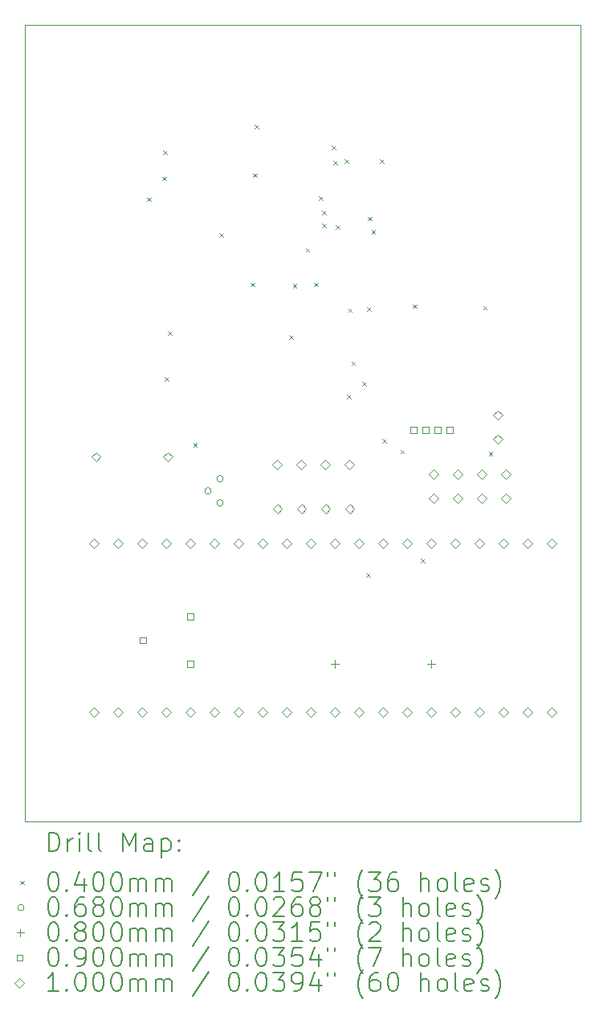
<source format=gbr>
%TF.GenerationSoftware,KiCad,Pcbnew,7.0.7*%
%TF.CreationDate,2024-05-19T18:37:27+02:00*%
%TF.ProjectId,Smart-mobility,536d6172-742d-46d6-9f62-696c6974792e,rev?*%
%TF.SameCoordinates,Original*%
%TF.FileFunction,Drillmap*%
%TF.FilePolarity,Positive*%
%FSLAX45Y45*%
G04 Gerber Fmt 4.5, Leading zero omitted, Abs format (unit mm)*
G04 Created by KiCad (PCBNEW 7.0.7) date 2024-05-19 18:37:27*
%MOMM*%
%LPD*%
G01*
G04 APERTURE LIST*
%ADD10C,0.100000*%
%ADD11C,0.200000*%
%ADD12C,0.040000*%
%ADD13C,0.068000*%
%ADD14C,0.080000*%
%ADD15C,0.090000*%
G04 APERTURE END LIST*
D10*
X4822000Y-3048000D02*
X10680000Y-3048000D01*
X10680000Y-11438000D01*
X4822000Y-11438000D01*
X4822000Y-3048000D01*
D11*
D12*
X6112440Y-4867360D02*
X6152440Y-4907360D01*
X6152440Y-4867360D02*
X6112440Y-4907360D01*
X6274500Y-4646220D02*
X6314500Y-4686220D01*
X6314500Y-4646220D02*
X6274500Y-4686220D01*
X6284170Y-4370210D02*
X6324170Y-4410210D01*
X6324170Y-4370210D02*
X6284170Y-4410210D01*
X6298540Y-6759980D02*
X6338540Y-6799980D01*
X6338540Y-6759980D02*
X6298540Y-6799980D01*
X6336220Y-6277330D02*
X6376220Y-6317330D01*
X6376220Y-6277330D02*
X6336220Y-6317330D01*
X6600870Y-7455150D02*
X6640870Y-7495150D01*
X6640870Y-7455150D02*
X6600870Y-7495150D01*
X6877250Y-5242200D02*
X6917250Y-5282200D01*
X6917250Y-5242200D02*
X6877250Y-5282200D01*
X7206010Y-5764290D02*
X7246010Y-5804290D01*
X7246010Y-5764290D02*
X7206010Y-5804290D01*
X7229660Y-4613830D02*
X7269660Y-4653830D01*
X7269660Y-4613830D02*
X7229660Y-4653830D01*
X7248300Y-4099230D02*
X7288300Y-4139230D01*
X7288300Y-4099230D02*
X7248300Y-4139230D01*
X7608800Y-6317820D02*
X7648800Y-6357820D01*
X7648800Y-6317820D02*
X7608800Y-6357820D01*
X7650130Y-5775460D02*
X7690130Y-5815460D01*
X7690130Y-5775460D02*
X7650130Y-5815460D01*
X7785250Y-5400760D02*
X7825250Y-5440760D01*
X7825250Y-5400760D02*
X7785250Y-5440760D01*
X7876970Y-5763660D02*
X7916970Y-5803660D01*
X7916970Y-5763660D02*
X7876970Y-5803660D01*
X7922250Y-4851720D02*
X7962250Y-4891720D01*
X7962250Y-4851720D02*
X7922250Y-4891720D01*
X7956860Y-5007260D02*
X7996860Y-5047260D01*
X7996860Y-5007260D02*
X7956860Y-5047260D01*
X7958040Y-5139330D02*
X7998040Y-5179330D01*
X7998040Y-5139330D02*
X7958040Y-5179330D01*
X8057650Y-4320540D02*
X8097650Y-4360540D01*
X8097650Y-4320540D02*
X8057650Y-4360540D01*
X8077420Y-4481260D02*
X8117420Y-4521260D01*
X8117420Y-4481260D02*
X8077420Y-4521260D01*
X8103340Y-5155980D02*
X8143340Y-5195980D01*
X8143340Y-5155980D02*
X8103340Y-5195980D01*
X8197670Y-4467500D02*
X8237670Y-4507500D01*
X8237670Y-4467500D02*
X8197670Y-4507500D01*
X8221400Y-6944960D02*
X8261400Y-6984960D01*
X8261400Y-6944960D02*
X8221400Y-6984960D01*
X8234480Y-6034420D02*
X8274480Y-6074420D01*
X8274480Y-6034420D02*
X8234480Y-6074420D01*
X8268310Y-6595010D02*
X8308310Y-6635010D01*
X8308310Y-6595010D02*
X8268310Y-6635010D01*
X8381740Y-6808580D02*
X8421740Y-6848580D01*
X8421740Y-6808580D02*
X8381740Y-6848580D01*
X8424230Y-8823170D02*
X8464230Y-8863170D01*
X8464230Y-8823170D02*
X8424230Y-8863170D01*
X8433120Y-6021510D02*
X8473120Y-6061510D01*
X8473120Y-6021510D02*
X8433120Y-6061510D01*
X8444170Y-5070380D02*
X8484170Y-5110380D01*
X8484170Y-5070380D02*
X8444170Y-5110380D01*
X8479820Y-5212050D02*
X8519820Y-5252050D01*
X8519820Y-5212050D02*
X8479820Y-5252050D01*
X8571440Y-4465730D02*
X8611440Y-4505730D01*
X8611440Y-4465730D02*
X8571440Y-4505730D01*
X8595350Y-7414060D02*
X8635350Y-7454060D01*
X8635350Y-7414060D02*
X8595350Y-7454060D01*
X8785390Y-7524240D02*
X8825390Y-7564240D01*
X8825390Y-7524240D02*
X8785390Y-7564240D01*
X8914790Y-5992790D02*
X8954790Y-6032790D01*
X8954790Y-5992790D02*
X8914790Y-6032790D01*
X9000990Y-8671250D02*
X9040990Y-8711250D01*
X9040990Y-8671250D02*
X9000990Y-8711250D01*
X9656180Y-6010490D02*
X9696180Y-6050490D01*
X9696180Y-6010490D02*
X9656180Y-6050490D01*
X9714720Y-7545270D02*
X9754720Y-7585270D01*
X9754720Y-7545270D02*
X9714720Y-7585270D01*
D13*
X6789500Y-7957500D02*
G75*
G03*
X6789500Y-7957500I-34000J0D01*
G01*
X6916500Y-7830500D02*
G75*
G03*
X6916500Y-7830500I-34000J0D01*
G01*
X6916500Y-8084500D02*
G75*
G03*
X6916500Y-8084500I-34000J0D01*
G01*
D14*
X8092000Y-9741500D02*
X8092000Y-9821500D01*
X8052000Y-9781500D02*
X8132000Y-9781500D01*
X9108000Y-9741500D02*
X9108000Y-9821500D01*
X9068000Y-9781500D02*
X9148000Y-9781500D01*
D15*
X6099820Y-9560820D02*
X6099820Y-9497180D01*
X6036180Y-9497180D01*
X6036180Y-9560820D01*
X6099820Y-9560820D01*
X6599820Y-9310820D02*
X6599820Y-9247180D01*
X6536180Y-9247180D01*
X6536180Y-9310820D01*
X6599820Y-9310820D01*
X6599820Y-9810820D02*
X6599820Y-9747180D01*
X6536180Y-9747180D01*
X6536180Y-9810820D01*
X6599820Y-9810820D01*
X8955320Y-7349320D02*
X8955320Y-7285680D01*
X8891680Y-7285680D01*
X8891680Y-7349320D01*
X8955320Y-7349320D01*
X9082320Y-7349320D02*
X9082320Y-7285680D01*
X9018680Y-7285680D01*
X9018680Y-7349320D01*
X9082320Y-7349320D01*
X9209320Y-7349320D02*
X9209320Y-7285680D01*
X9145680Y-7285680D01*
X9145680Y-7349320D01*
X9209320Y-7349320D01*
X9336320Y-7349320D02*
X9336320Y-7285680D01*
X9272680Y-7285680D01*
X9272680Y-7349320D01*
X9336320Y-7349320D01*
D10*
X5552000Y-8559000D02*
X5602000Y-8509000D01*
X5552000Y-8459000D01*
X5502000Y-8509000D01*
X5552000Y-8559000D01*
X5552000Y-10339500D02*
X5602000Y-10289500D01*
X5552000Y-10239500D01*
X5502000Y-10289500D01*
X5552000Y-10339500D01*
X5575000Y-7650000D02*
X5625000Y-7600000D01*
X5575000Y-7550000D01*
X5525000Y-7600000D01*
X5575000Y-7650000D01*
X5806000Y-8559000D02*
X5856000Y-8509000D01*
X5806000Y-8459000D01*
X5756000Y-8509000D01*
X5806000Y-8559000D01*
X5806000Y-10339500D02*
X5856000Y-10289500D01*
X5806000Y-10239500D01*
X5756000Y-10289500D01*
X5806000Y-10339500D01*
X6060000Y-8559000D02*
X6110000Y-8509000D01*
X6060000Y-8459000D01*
X6010000Y-8509000D01*
X6060000Y-8559000D01*
X6060000Y-10339500D02*
X6110000Y-10289500D01*
X6060000Y-10239500D01*
X6010000Y-10289500D01*
X6060000Y-10339500D01*
X6314000Y-8559000D02*
X6364000Y-8509000D01*
X6314000Y-8459000D01*
X6264000Y-8509000D01*
X6314000Y-8559000D01*
X6314000Y-10339500D02*
X6364000Y-10289500D01*
X6314000Y-10239500D01*
X6264000Y-10289500D01*
X6314000Y-10339500D01*
X6335000Y-7650000D02*
X6385000Y-7600000D01*
X6335000Y-7550000D01*
X6285000Y-7600000D01*
X6335000Y-7650000D01*
X6568000Y-8559000D02*
X6618000Y-8509000D01*
X6568000Y-8459000D01*
X6518000Y-8509000D01*
X6568000Y-8559000D01*
X6568000Y-10339500D02*
X6618000Y-10289500D01*
X6568000Y-10239500D01*
X6518000Y-10289500D01*
X6568000Y-10339500D01*
X6822000Y-8559000D02*
X6872000Y-8509000D01*
X6822000Y-8459000D01*
X6772000Y-8509000D01*
X6822000Y-8559000D01*
X6822000Y-10339500D02*
X6872000Y-10289500D01*
X6822000Y-10239500D01*
X6772000Y-10289500D01*
X6822000Y-10339500D01*
X7076000Y-8559000D02*
X7126000Y-8509000D01*
X7076000Y-8459000D01*
X7026000Y-8509000D01*
X7076000Y-8559000D01*
X7076000Y-10339500D02*
X7126000Y-10289500D01*
X7076000Y-10239500D01*
X7026000Y-10289500D01*
X7076000Y-10339500D01*
X7330000Y-8559000D02*
X7380000Y-8509000D01*
X7330000Y-8459000D01*
X7280000Y-8509000D01*
X7330000Y-8559000D01*
X7330000Y-10339500D02*
X7380000Y-10289500D01*
X7330000Y-10239500D01*
X7280000Y-10289500D01*
X7330000Y-10339500D01*
X7485500Y-7730000D02*
X7535500Y-7680000D01*
X7485500Y-7630000D01*
X7435500Y-7680000D01*
X7485500Y-7730000D01*
X7488000Y-8197500D02*
X7538000Y-8147500D01*
X7488000Y-8097500D01*
X7438000Y-8147500D01*
X7488000Y-8197500D01*
X7584000Y-8559000D02*
X7634000Y-8509000D01*
X7584000Y-8459000D01*
X7534000Y-8509000D01*
X7584000Y-8559000D01*
X7584000Y-10339500D02*
X7634000Y-10289500D01*
X7584000Y-10239500D01*
X7534000Y-10289500D01*
X7584000Y-10339500D01*
X7739500Y-7730000D02*
X7789500Y-7680000D01*
X7739500Y-7630000D01*
X7689500Y-7680000D01*
X7739500Y-7730000D01*
X7742000Y-8197500D02*
X7792000Y-8147500D01*
X7742000Y-8097500D01*
X7692000Y-8147500D01*
X7742000Y-8197500D01*
X7838000Y-8559000D02*
X7888000Y-8509000D01*
X7838000Y-8459000D01*
X7788000Y-8509000D01*
X7838000Y-8559000D01*
X7838000Y-10339500D02*
X7888000Y-10289500D01*
X7838000Y-10239500D01*
X7788000Y-10289500D01*
X7838000Y-10339500D01*
X7993500Y-7730000D02*
X8043500Y-7680000D01*
X7993500Y-7630000D01*
X7943500Y-7680000D01*
X7993500Y-7730000D01*
X7996000Y-8197500D02*
X8046000Y-8147500D01*
X7996000Y-8097500D01*
X7946000Y-8147500D01*
X7996000Y-8197500D01*
X8092000Y-8559000D02*
X8142000Y-8509000D01*
X8092000Y-8459000D01*
X8042000Y-8509000D01*
X8092000Y-8559000D01*
X8092000Y-10339500D02*
X8142000Y-10289500D01*
X8092000Y-10239500D01*
X8042000Y-10289500D01*
X8092000Y-10339500D01*
X8247500Y-7730000D02*
X8297500Y-7680000D01*
X8247500Y-7630000D01*
X8197500Y-7680000D01*
X8247500Y-7730000D01*
X8250000Y-8197500D02*
X8300000Y-8147500D01*
X8250000Y-8097500D01*
X8200000Y-8147500D01*
X8250000Y-8197500D01*
X8346000Y-8559000D02*
X8396000Y-8509000D01*
X8346000Y-8459000D01*
X8296000Y-8509000D01*
X8346000Y-8559000D01*
X8346000Y-10339500D02*
X8396000Y-10289500D01*
X8346000Y-10239500D01*
X8296000Y-10289500D01*
X8346000Y-10339500D01*
X8600000Y-8559000D02*
X8650000Y-8509000D01*
X8600000Y-8459000D01*
X8550000Y-8509000D01*
X8600000Y-8559000D01*
X8600000Y-10339500D02*
X8650000Y-10289500D01*
X8600000Y-10239500D01*
X8550000Y-10289500D01*
X8600000Y-10339500D01*
X8854000Y-8559000D02*
X8904000Y-8509000D01*
X8854000Y-8459000D01*
X8804000Y-8509000D01*
X8854000Y-8559000D01*
X8854000Y-10339500D02*
X8904000Y-10289500D01*
X8854000Y-10239500D01*
X8804000Y-10289500D01*
X8854000Y-10339500D01*
X9108000Y-8559000D02*
X9158000Y-8509000D01*
X9108000Y-8459000D01*
X9058000Y-8509000D01*
X9108000Y-8559000D01*
X9108000Y-10339500D02*
X9158000Y-10289500D01*
X9108000Y-10239500D01*
X9058000Y-10289500D01*
X9108000Y-10339500D01*
X9135500Y-7831000D02*
X9185500Y-7781000D01*
X9135500Y-7731000D01*
X9085500Y-7781000D01*
X9135500Y-7831000D01*
X9135500Y-8085000D02*
X9185500Y-8035000D01*
X9135500Y-7985000D01*
X9085500Y-8035000D01*
X9135500Y-8085000D01*
X9362000Y-8559000D02*
X9412000Y-8509000D01*
X9362000Y-8459000D01*
X9312000Y-8509000D01*
X9362000Y-8559000D01*
X9362000Y-10339500D02*
X9412000Y-10289500D01*
X9362000Y-10239500D01*
X9312000Y-10289500D01*
X9362000Y-10339500D01*
X9389500Y-7831000D02*
X9439500Y-7781000D01*
X9389500Y-7731000D01*
X9339500Y-7781000D01*
X9389500Y-7831000D01*
X9389500Y-8085000D02*
X9439500Y-8035000D01*
X9389500Y-7985000D01*
X9339500Y-8035000D01*
X9389500Y-8085000D01*
X9616000Y-8559000D02*
X9666000Y-8509000D01*
X9616000Y-8459000D01*
X9566000Y-8509000D01*
X9616000Y-8559000D01*
X9616000Y-10339500D02*
X9666000Y-10289500D01*
X9616000Y-10239500D01*
X9566000Y-10289500D01*
X9616000Y-10339500D01*
X9643500Y-7831000D02*
X9693500Y-7781000D01*
X9643500Y-7731000D01*
X9593500Y-7781000D01*
X9643500Y-7831000D01*
X9643500Y-8085000D02*
X9693500Y-8035000D01*
X9643500Y-7985000D01*
X9593500Y-8035000D01*
X9643500Y-8085000D01*
X9810000Y-7210000D02*
X9860000Y-7160000D01*
X9810000Y-7110000D01*
X9760000Y-7160000D01*
X9810000Y-7210000D01*
X9810000Y-7464000D02*
X9860000Y-7414000D01*
X9810000Y-7364000D01*
X9760000Y-7414000D01*
X9810000Y-7464000D01*
X9870000Y-8559000D02*
X9920000Y-8509000D01*
X9870000Y-8459000D01*
X9820000Y-8509000D01*
X9870000Y-8559000D01*
X9870000Y-10339500D02*
X9920000Y-10289500D01*
X9870000Y-10239500D01*
X9820000Y-10289500D01*
X9870000Y-10339500D01*
X9897500Y-7831000D02*
X9947500Y-7781000D01*
X9897500Y-7731000D01*
X9847500Y-7781000D01*
X9897500Y-7831000D01*
X9897500Y-8085000D02*
X9947500Y-8035000D01*
X9897500Y-7985000D01*
X9847500Y-8035000D01*
X9897500Y-8085000D01*
X10124000Y-8559000D02*
X10174000Y-8509000D01*
X10124000Y-8459000D01*
X10074000Y-8509000D01*
X10124000Y-8559000D01*
X10124000Y-10339500D02*
X10174000Y-10289500D01*
X10124000Y-10239500D01*
X10074000Y-10289500D01*
X10124000Y-10339500D01*
X10378000Y-8559000D02*
X10428000Y-8509000D01*
X10378000Y-8459000D01*
X10328000Y-8509000D01*
X10378000Y-8559000D01*
X10378000Y-10339500D02*
X10428000Y-10289500D01*
X10378000Y-10239500D01*
X10328000Y-10289500D01*
X10378000Y-10339500D01*
D11*
X5077777Y-11754484D02*
X5077777Y-11554484D01*
X5077777Y-11554484D02*
X5125396Y-11554484D01*
X5125396Y-11554484D02*
X5153967Y-11564008D01*
X5153967Y-11564008D02*
X5173015Y-11583055D01*
X5173015Y-11583055D02*
X5182539Y-11602103D01*
X5182539Y-11602103D02*
X5192063Y-11640198D01*
X5192063Y-11640198D02*
X5192063Y-11668769D01*
X5192063Y-11668769D02*
X5182539Y-11706865D01*
X5182539Y-11706865D02*
X5173015Y-11725912D01*
X5173015Y-11725912D02*
X5153967Y-11744960D01*
X5153967Y-11744960D02*
X5125396Y-11754484D01*
X5125396Y-11754484D02*
X5077777Y-11754484D01*
X5277777Y-11754484D02*
X5277777Y-11621150D01*
X5277777Y-11659246D02*
X5287301Y-11640198D01*
X5287301Y-11640198D02*
X5296824Y-11630674D01*
X5296824Y-11630674D02*
X5315872Y-11621150D01*
X5315872Y-11621150D02*
X5334920Y-11621150D01*
X5401586Y-11754484D02*
X5401586Y-11621150D01*
X5401586Y-11554484D02*
X5392063Y-11564008D01*
X5392063Y-11564008D02*
X5401586Y-11573531D01*
X5401586Y-11573531D02*
X5411110Y-11564008D01*
X5411110Y-11564008D02*
X5401586Y-11554484D01*
X5401586Y-11554484D02*
X5401586Y-11573531D01*
X5525396Y-11754484D02*
X5506348Y-11744960D01*
X5506348Y-11744960D02*
X5496824Y-11725912D01*
X5496824Y-11725912D02*
X5496824Y-11554484D01*
X5630158Y-11754484D02*
X5611110Y-11744960D01*
X5611110Y-11744960D02*
X5601586Y-11725912D01*
X5601586Y-11725912D02*
X5601586Y-11554484D01*
X5858729Y-11754484D02*
X5858729Y-11554484D01*
X5858729Y-11554484D02*
X5925396Y-11697341D01*
X5925396Y-11697341D02*
X5992062Y-11554484D01*
X5992062Y-11554484D02*
X5992062Y-11754484D01*
X6173015Y-11754484D02*
X6173015Y-11649722D01*
X6173015Y-11649722D02*
X6163491Y-11630674D01*
X6163491Y-11630674D02*
X6144443Y-11621150D01*
X6144443Y-11621150D02*
X6106348Y-11621150D01*
X6106348Y-11621150D02*
X6087301Y-11630674D01*
X6173015Y-11744960D02*
X6153967Y-11754484D01*
X6153967Y-11754484D02*
X6106348Y-11754484D01*
X6106348Y-11754484D02*
X6087301Y-11744960D01*
X6087301Y-11744960D02*
X6077777Y-11725912D01*
X6077777Y-11725912D02*
X6077777Y-11706865D01*
X6077777Y-11706865D02*
X6087301Y-11687817D01*
X6087301Y-11687817D02*
X6106348Y-11678293D01*
X6106348Y-11678293D02*
X6153967Y-11678293D01*
X6153967Y-11678293D02*
X6173015Y-11668769D01*
X6268253Y-11621150D02*
X6268253Y-11821150D01*
X6268253Y-11630674D02*
X6287301Y-11621150D01*
X6287301Y-11621150D02*
X6325396Y-11621150D01*
X6325396Y-11621150D02*
X6344443Y-11630674D01*
X6344443Y-11630674D02*
X6353967Y-11640198D01*
X6353967Y-11640198D02*
X6363491Y-11659246D01*
X6363491Y-11659246D02*
X6363491Y-11716388D01*
X6363491Y-11716388D02*
X6353967Y-11735436D01*
X6353967Y-11735436D02*
X6344443Y-11744960D01*
X6344443Y-11744960D02*
X6325396Y-11754484D01*
X6325396Y-11754484D02*
X6287301Y-11754484D01*
X6287301Y-11754484D02*
X6268253Y-11744960D01*
X6449205Y-11735436D02*
X6458729Y-11744960D01*
X6458729Y-11744960D02*
X6449205Y-11754484D01*
X6449205Y-11754484D02*
X6439682Y-11744960D01*
X6439682Y-11744960D02*
X6449205Y-11735436D01*
X6449205Y-11735436D02*
X6449205Y-11754484D01*
X6449205Y-11630674D02*
X6458729Y-11640198D01*
X6458729Y-11640198D02*
X6449205Y-11649722D01*
X6449205Y-11649722D02*
X6439682Y-11640198D01*
X6439682Y-11640198D02*
X6449205Y-11630674D01*
X6449205Y-11630674D02*
X6449205Y-11649722D01*
D12*
X4777000Y-12063000D02*
X4817000Y-12103000D01*
X4817000Y-12063000D02*
X4777000Y-12103000D01*
D11*
X5115872Y-11974484D02*
X5134920Y-11974484D01*
X5134920Y-11974484D02*
X5153967Y-11984008D01*
X5153967Y-11984008D02*
X5163491Y-11993531D01*
X5163491Y-11993531D02*
X5173015Y-12012579D01*
X5173015Y-12012579D02*
X5182539Y-12050674D01*
X5182539Y-12050674D02*
X5182539Y-12098293D01*
X5182539Y-12098293D02*
X5173015Y-12136388D01*
X5173015Y-12136388D02*
X5163491Y-12155436D01*
X5163491Y-12155436D02*
X5153967Y-12164960D01*
X5153967Y-12164960D02*
X5134920Y-12174484D01*
X5134920Y-12174484D02*
X5115872Y-12174484D01*
X5115872Y-12174484D02*
X5096824Y-12164960D01*
X5096824Y-12164960D02*
X5087301Y-12155436D01*
X5087301Y-12155436D02*
X5077777Y-12136388D01*
X5077777Y-12136388D02*
X5068253Y-12098293D01*
X5068253Y-12098293D02*
X5068253Y-12050674D01*
X5068253Y-12050674D02*
X5077777Y-12012579D01*
X5077777Y-12012579D02*
X5087301Y-11993531D01*
X5087301Y-11993531D02*
X5096824Y-11984008D01*
X5096824Y-11984008D02*
X5115872Y-11974484D01*
X5268253Y-12155436D02*
X5277777Y-12164960D01*
X5277777Y-12164960D02*
X5268253Y-12174484D01*
X5268253Y-12174484D02*
X5258729Y-12164960D01*
X5258729Y-12164960D02*
X5268253Y-12155436D01*
X5268253Y-12155436D02*
X5268253Y-12174484D01*
X5449205Y-12041150D02*
X5449205Y-12174484D01*
X5401586Y-11964960D02*
X5353967Y-12107817D01*
X5353967Y-12107817D02*
X5477777Y-12107817D01*
X5592063Y-11974484D02*
X5611110Y-11974484D01*
X5611110Y-11974484D02*
X5630158Y-11984008D01*
X5630158Y-11984008D02*
X5639682Y-11993531D01*
X5639682Y-11993531D02*
X5649205Y-12012579D01*
X5649205Y-12012579D02*
X5658729Y-12050674D01*
X5658729Y-12050674D02*
X5658729Y-12098293D01*
X5658729Y-12098293D02*
X5649205Y-12136388D01*
X5649205Y-12136388D02*
X5639682Y-12155436D01*
X5639682Y-12155436D02*
X5630158Y-12164960D01*
X5630158Y-12164960D02*
X5611110Y-12174484D01*
X5611110Y-12174484D02*
X5592063Y-12174484D01*
X5592063Y-12174484D02*
X5573015Y-12164960D01*
X5573015Y-12164960D02*
X5563491Y-12155436D01*
X5563491Y-12155436D02*
X5553967Y-12136388D01*
X5553967Y-12136388D02*
X5544444Y-12098293D01*
X5544444Y-12098293D02*
X5544444Y-12050674D01*
X5544444Y-12050674D02*
X5553967Y-12012579D01*
X5553967Y-12012579D02*
X5563491Y-11993531D01*
X5563491Y-11993531D02*
X5573015Y-11984008D01*
X5573015Y-11984008D02*
X5592063Y-11974484D01*
X5782539Y-11974484D02*
X5801586Y-11974484D01*
X5801586Y-11974484D02*
X5820634Y-11984008D01*
X5820634Y-11984008D02*
X5830158Y-11993531D01*
X5830158Y-11993531D02*
X5839682Y-12012579D01*
X5839682Y-12012579D02*
X5849205Y-12050674D01*
X5849205Y-12050674D02*
X5849205Y-12098293D01*
X5849205Y-12098293D02*
X5839682Y-12136388D01*
X5839682Y-12136388D02*
X5830158Y-12155436D01*
X5830158Y-12155436D02*
X5820634Y-12164960D01*
X5820634Y-12164960D02*
X5801586Y-12174484D01*
X5801586Y-12174484D02*
X5782539Y-12174484D01*
X5782539Y-12174484D02*
X5763491Y-12164960D01*
X5763491Y-12164960D02*
X5753967Y-12155436D01*
X5753967Y-12155436D02*
X5744443Y-12136388D01*
X5744443Y-12136388D02*
X5734920Y-12098293D01*
X5734920Y-12098293D02*
X5734920Y-12050674D01*
X5734920Y-12050674D02*
X5744443Y-12012579D01*
X5744443Y-12012579D02*
X5753967Y-11993531D01*
X5753967Y-11993531D02*
X5763491Y-11984008D01*
X5763491Y-11984008D02*
X5782539Y-11974484D01*
X5934920Y-12174484D02*
X5934920Y-12041150D01*
X5934920Y-12060198D02*
X5944443Y-12050674D01*
X5944443Y-12050674D02*
X5963491Y-12041150D01*
X5963491Y-12041150D02*
X5992063Y-12041150D01*
X5992063Y-12041150D02*
X6011110Y-12050674D01*
X6011110Y-12050674D02*
X6020634Y-12069722D01*
X6020634Y-12069722D02*
X6020634Y-12174484D01*
X6020634Y-12069722D02*
X6030158Y-12050674D01*
X6030158Y-12050674D02*
X6049205Y-12041150D01*
X6049205Y-12041150D02*
X6077777Y-12041150D01*
X6077777Y-12041150D02*
X6096824Y-12050674D01*
X6096824Y-12050674D02*
X6106348Y-12069722D01*
X6106348Y-12069722D02*
X6106348Y-12174484D01*
X6201586Y-12174484D02*
X6201586Y-12041150D01*
X6201586Y-12060198D02*
X6211110Y-12050674D01*
X6211110Y-12050674D02*
X6230158Y-12041150D01*
X6230158Y-12041150D02*
X6258729Y-12041150D01*
X6258729Y-12041150D02*
X6277777Y-12050674D01*
X6277777Y-12050674D02*
X6287301Y-12069722D01*
X6287301Y-12069722D02*
X6287301Y-12174484D01*
X6287301Y-12069722D02*
X6296824Y-12050674D01*
X6296824Y-12050674D02*
X6315872Y-12041150D01*
X6315872Y-12041150D02*
X6344443Y-12041150D01*
X6344443Y-12041150D02*
X6363491Y-12050674D01*
X6363491Y-12050674D02*
X6373015Y-12069722D01*
X6373015Y-12069722D02*
X6373015Y-12174484D01*
X6763491Y-11964960D02*
X6592063Y-12222103D01*
X7020634Y-11974484D02*
X7039682Y-11974484D01*
X7039682Y-11974484D02*
X7058729Y-11984008D01*
X7058729Y-11984008D02*
X7068253Y-11993531D01*
X7068253Y-11993531D02*
X7077777Y-12012579D01*
X7077777Y-12012579D02*
X7087301Y-12050674D01*
X7087301Y-12050674D02*
X7087301Y-12098293D01*
X7087301Y-12098293D02*
X7077777Y-12136388D01*
X7077777Y-12136388D02*
X7068253Y-12155436D01*
X7068253Y-12155436D02*
X7058729Y-12164960D01*
X7058729Y-12164960D02*
X7039682Y-12174484D01*
X7039682Y-12174484D02*
X7020634Y-12174484D01*
X7020634Y-12174484D02*
X7001586Y-12164960D01*
X7001586Y-12164960D02*
X6992063Y-12155436D01*
X6992063Y-12155436D02*
X6982539Y-12136388D01*
X6982539Y-12136388D02*
X6973015Y-12098293D01*
X6973015Y-12098293D02*
X6973015Y-12050674D01*
X6973015Y-12050674D02*
X6982539Y-12012579D01*
X6982539Y-12012579D02*
X6992063Y-11993531D01*
X6992063Y-11993531D02*
X7001586Y-11984008D01*
X7001586Y-11984008D02*
X7020634Y-11974484D01*
X7173015Y-12155436D02*
X7182539Y-12164960D01*
X7182539Y-12164960D02*
X7173015Y-12174484D01*
X7173015Y-12174484D02*
X7163491Y-12164960D01*
X7163491Y-12164960D02*
X7173015Y-12155436D01*
X7173015Y-12155436D02*
X7173015Y-12174484D01*
X7306348Y-11974484D02*
X7325396Y-11974484D01*
X7325396Y-11974484D02*
X7344444Y-11984008D01*
X7344444Y-11984008D02*
X7353967Y-11993531D01*
X7353967Y-11993531D02*
X7363491Y-12012579D01*
X7363491Y-12012579D02*
X7373015Y-12050674D01*
X7373015Y-12050674D02*
X7373015Y-12098293D01*
X7373015Y-12098293D02*
X7363491Y-12136388D01*
X7363491Y-12136388D02*
X7353967Y-12155436D01*
X7353967Y-12155436D02*
X7344444Y-12164960D01*
X7344444Y-12164960D02*
X7325396Y-12174484D01*
X7325396Y-12174484D02*
X7306348Y-12174484D01*
X7306348Y-12174484D02*
X7287301Y-12164960D01*
X7287301Y-12164960D02*
X7277777Y-12155436D01*
X7277777Y-12155436D02*
X7268253Y-12136388D01*
X7268253Y-12136388D02*
X7258729Y-12098293D01*
X7258729Y-12098293D02*
X7258729Y-12050674D01*
X7258729Y-12050674D02*
X7268253Y-12012579D01*
X7268253Y-12012579D02*
X7277777Y-11993531D01*
X7277777Y-11993531D02*
X7287301Y-11984008D01*
X7287301Y-11984008D02*
X7306348Y-11974484D01*
X7563491Y-12174484D02*
X7449206Y-12174484D01*
X7506348Y-12174484D02*
X7506348Y-11974484D01*
X7506348Y-11974484D02*
X7487301Y-12003055D01*
X7487301Y-12003055D02*
X7468253Y-12022103D01*
X7468253Y-12022103D02*
X7449206Y-12031627D01*
X7744444Y-11974484D02*
X7649206Y-11974484D01*
X7649206Y-11974484D02*
X7639682Y-12069722D01*
X7639682Y-12069722D02*
X7649206Y-12060198D01*
X7649206Y-12060198D02*
X7668253Y-12050674D01*
X7668253Y-12050674D02*
X7715872Y-12050674D01*
X7715872Y-12050674D02*
X7734920Y-12060198D01*
X7734920Y-12060198D02*
X7744444Y-12069722D01*
X7744444Y-12069722D02*
X7753967Y-12088769D01*
X7753967Y-12088769D02*
X7753967Y-12136388D01*
X7753967Y-12136388D02*
X7744444Y-12155436D01*
X7744444Y-12155436D02*
X7734920Y-12164960D01*
X7734920Y-12164960D02*
X7715872Y-12174484D01*
X7715872Y-12174484D02*
X7668253Y-12174484D01*
X7668253Y-12174484D02*
X7649206Y-12164960D01*
X7649206Y-12164960D02*
X7639682Y-12155436D01*
X7820634Y-11974484D02*
X7953967Y-11974484D01*
X7953967Y-11974484D02*
X7868253Y-12174484D01*
X8020634Y-11974484D02*
X8020634Y-12012579D01*
X8096825Y-11974484D02*
X8096825Y-12012579D01*
X8392063Y-12250674D02*
X8382539Y-12241150D01*
X8382539Y-12241150D02*
X8363491Y-12212579D01*
X8363491Y-12212579D02*
X8353968Y-12193531D01*
X8353968Y-12193531D02*
X8344444Y-12164960D01*
X8344444Y-12164960D02*
X8334920Y-12117341D01*
X8334920Y-12117341D02*
X8334920Y-12079246D01*
X8334920Y-12079246D02*
X8344444Y-12031627D01*
X8344444Y-12031627D02*
X8353968Y-12003055D01*
X8353968Y-12003055D02*
X8363491Y-11984008D01*
X8363491Y-11984008D02*
X8382539Y-11955436D01*
X8382539Y-11955436D02*
X8392063Y-11945912D01*
X8449206Y-11974484D02*
X8573015Y-11974484D01*
X8573015Y-11974484D02*
X8506349Y-12050674D01*
X8506349Y-12050674D02*
X8534920Y-12050674D01*
X8534920Y-12050674D02*
X8553968Y-12060198D01*
X8553968Y-12060198D02*
X8563491Y-12069722D01*
X8563491Y-12069722D02*
X8573015Y-12088769D01*
X8573015Y-12088769D02*
X8573015Y-12136388D01*
X8573015Y-12136388D02*
X8563491Y-12155436D01*
X8563491Y-12155436D02*
X8553968Y-12164960D01*
X8553968Y-12164960D02*
X8534920Y-12174484D01*
X8534920Y-12174484D02*
X8477777Y-12174484D01*
X8477777Y-12174484D02*
X8458730Y-12164960D01*
X8458730Y-12164960D02*
X8449206Y-12155436D01*
X8744444Y-11974484D02*
X8706349Y-11974484D01*
X8706349Y-11974484D02*
X8687301Y-11984008D01*
X8687301Y-11984008D02*
X8677777Y-11993531D01*
X8677777Y-11993531D02*
X8658730Y-12022103D01*
X8658730Y-12022103D02*
X8649206Y-12060198D01*
X8649206Y-12060198D02*
X8649206Y-12136388D01*
X8649206Y-12136388D02*
X8658730Y-12155436D01*
X8658730Y-12155436D02*
X8668253Y-12164960D01*
X8668253Y-12164960D02*
X8687301Y-12174484D01*
X8687301Y-12174484D02*
X8725396Y-12174484D01*
X8725396Y-12174484D02*
X8744444Y-12164960D01*
X8744444Y-12164960D02*
X8753968Y-12155436D01*
X8753968Y-12155436D02*
X8763491Y-12136388D01*
X8763491Y-12136388D02*
X8763491Y-12088769D01*
X8763491Y-12088769D02*
X8753968Y-12069722D01*
X8753968Y-12069722D02*
X8744444Y-12060198D01*
X8744444Y-12060198D02*
X8725396Y-12050674D01*
X8725396Y-12050674D02*
X8687301Y-12050674D01*
X8687301Y-12050674D02*
X8668253Y-12060198D01*
X8668253Y-12060198D02*
X8658730Y-12069722D01*
X8658730Y-12069722D02*
X8649206Y-12088769D01*
X9001587Y-12174484D02*
X9001587Y-11974484D01*
X9087301Y-12174484D02*
X9087301Y-12069722D01*
X9087301Y-12069722D02*
X9077777Y-12050674D01*
X9077777Y-12050674D02*
X9058730Y-12041150D01*
X9058730Y-12041150D02*
X9030158Y-12041150D01*
X9030158Y-12041150D02*
X9011111Y-12050674D01*
X9011111Y-12050674D02*
X9001587Y-12060198D01*
X9211111Y-12174484D02*
X9192063Y-12164960D01*
X9192063Y-12164960D02*
X9182539Y-12155436D01*
X9182539Y-12155436D02*
X9173015Y-12136388D01*
X9173015Y-12136388D02*
X9173015Y-12079246D01*
X9173015Y-12079246D02*
X9182539Y-12060198D01*
X9182539Y-12060198D02*
X9192063Y-12050674D01*
X9192063Y-12050674D02*
X9211111Y-12041150D01*
X9211111Y-12041150D02*
X9239682Y-12041150D01*
X9239682Y-12041150D02*
X9258730Y-12050674D01*
X9258730Y-12050674D02*
X9268253Y-12060198D01*
X9268253Y-12060198D02*
X9277777Y-12079246D01*
X9277777Y-12079246D02*
X9277777Y-12136388D01*
X9277777Y-12136388D02*
X9268253Y-12155436D01*
X9268253Y-12155436D02*
X9258730Y-12164960D01*
X9258730Y-12164960D02*
X9239682Y-12174484D01*
X9239682Y-12174484D02*
X9211111Y-12174484D01*
X9392063Y-12174484D02*
X9373015Y-12164960D01*
X9373015Y-12164960D02*
X9363492Y-12145912D01*
X9363492Y-12145912D02*
X9363492Y-11974484D01*
X9544444Y-12164960D02*
X9525396Y-12174484D01*
X9525396Y-12174484D02*
X9487301Y-12174484D01*
X9487301Y-12174484D02*
X9468253Y-12164960D01*
X9468253Y-12164960D02*
X9458730Y-12145912D01*
X9458730Y-12145912D02*
X9458730Y-12069722D01*
X9458730Y-12069722D02*
X9468253Y-12050674D01*
X9468253Y-12050674D02*
X9487301Y-12041150D01*
X9487301Y-12041150D02*
X9525396Y-12041150D01*
X9525396Y-12041150D02*
X9544444Y-12050674D01*
X9544444Y-12050674D02*
X9553968Y-12069722D01*
X9553968Y-12069722D02*
X9553968Y-12088769D01*
X9553968Y-12088769D02*
X9458730Y-12107817D01*
X9630158Y-12164960D02*
X9649206Y-12174484D01*
X9649206Y-12174484D02*
X9687301Y-12174484D01*
X9687301Y-12174484D02*
X9706349Y-12164960D01*
X9706349Y-12164960D02*
X9715873Y-12145912D01*
X9715873Y-12145912D02*
X9715873Y-12136388D01*
X9715873Y-12136388D02*
X9706349Y-12117341D01*
X9706349Y-12117341D02*
X9687301Y-12107817D01*
X9687301Y-12107817D02*
X9658730Y-12107817D01*
X9658730Y-12107817D02*
X9639682Y-12098293D01*
X9639682Y-12098293D02*
X9630158Y-12079246D01*
X9630158Y-12079246D02*
X9630158Y-12069722D01*
X9630158Y-12069722D02*
X9639682Y-12050674D01*
X9639682Y-12050674D02*
X9658730Y-12041150D01*
X9658730Y-12041150D02*
X9687301Y-12041150D01*
X9687301Y-12041150D02*
X9706349Y-12050674D01*
X9782539Y-12250674D02*
X9792063Y-12241150D01*
X9792063Y-12241150D02*
X9811111Y-12212579D01*
X9811111Y-12212579D02*
X9820634Y-12193531D01*
X9820634Y-12193531D02*
X9830158Y-12164960D01*
X9830158Y-12164960D02*
X9839682Y-12117341D01*
X9839682Y-12117341D02*
X9839682Y-12079246D01*
X9839682Y-12079246D02*
X9830158Y-12031627D01*
X9830158Y-12031627D02*
X9820634Y-12003055D01*
X9820634Y-12003055D02*
X9811111Y-11984008D01*
X9811111Y-11984008D02*
X9792063Y-11955436D01*
X9792063Y-11955436D02*
X9782539Y-11945912D01*
D13*
X4817000Y-12347000D02*
G75*
G03*
X4817000Y-12347000I-34000J0D01*
G01*
D11*
X5115872Y-12238484D02*
X5134920Y-12238484D01*
X5134920Y-12238484D02*
X5153967Y-12248008D01*
X5153967Y-12248008D02*
X5163491Y-12257531D01*
X5163491Y-12257531D02*
X5173015Y-12276579D01*
X5173015Y-12276579D02*
X5182539Y-12314674D01*
X5182539Y-12314674D02*
X5182539Y-12362293D01*
X5182539Y-12362293D02*
X5173015Y-12400388D01*
X5173015Y-12400388D02*
X5163491Y-12419436D01*
X5163491Y-12419436D02*
X5153967Y-12428960D01*
X5153967Y-12428960D02*
X5134920Y-12438484D01*
X5134920Y-12438484D02*
X5115872Y-12438484D01*
X5115872Y-12438484D02*
X5096824Y-12428960D01*
X5096824Y-12428960D02*
X5087301Y-12419436D01*
X5087301Y-12419436D02*
X5077777Y-12400388D01*
X5077777Y-12400388D02*
X5068253Y-12362293D01*
X5068253Y-12362293D02*
X5068253Y-12314674D01*
X5068253Y-12314674D02*
X5077777Y-12276579D01*
X5077777Y-12276579D02*
X5087301Y-12257531D01*
X5087301Y-12257531D02*
X5096824Y-12248008D01*
X5096824Y-12248008D02*
X5115872Y-12238484D01*
X5268253Y-12419436D02*
X5277777Y-12428960D01*
X5277777Y-12428960D02*
X5268253Y-12438484D01*
X5268253Y-12438484D02*
X5258729Y-12428960D01*
X5258729Y-12428960D02*
X5268253Y-12419436D01*
X5268253Y-12419436D02*
X5268253Y-12438484D01*
X5449205Y-12238484D02*
X5411110Y-12238484D01*
X5411110Y-12238484D02*
X5392063Y-12248008D01*
X5392063Y-12248008D02*
X5382539Y-12257531D01*
X5382539Y-12257531D02*
X5363491Y-12286103D01*
X5363491Y-12286103D02*
X5353967Y-12324198D01*
X5353967Y-12324198D02*
X5353967Y-12400388D01*
X5353967Y-12400388D02*
X5363491Y-12419436D01*
X5363491Y-12419436D02*
X5373015Y-12428960D01*
X5373015Y-12428960D02*
X5392063Y-12438484D01*
X5392063Y-12438484D02*
X5430158Y-12438484D01*
X5430158Y-12438484D02*
X5449205Y-12428960D01*
X5449205Y-12428960D02*
X5458729Y-12419436D01*
X5458729Y-12419436D02*
X5468253Y-12400388D01*
X5468253Y-12400388D02*
X5468253Y-12352769D01*
X5468253Y-12352769D02*
X5458729Y-12333722D01*
X5458729Y-12333722D02*
X5449205Y-12324198D01*
X5449205Y-12324198D02*
X5430158Y-12314674D01*
X5430158Y-12314674D02*
X5392063Y-12314674D01*
X5392063Y-12314674D02*
X5373015Y-12324198D01*
X5373015Y-12324198D02*
X5363491Y-12333722D01*
X5363491Y-12333722D02*
X5353967Y-12352769D01*
X5582539Y-12324198D02*
X5563491Y-12314674D01*
X5563491Y-12314674D02*
X5553967Y-12305150D01*
X5553967Y-12305150D02*
X5544444Y-12286103D01*
X5544444Y-12286103D02*
X5544444Y-12276579D01*
X5544444Y-12276579D02*
X5553967Y-12257531D01*
X5553967Y-12257531D02*
X5563491Y-12248008D01*
X5563491Y-12248008D02*
X5582539Y-12238484D01*
X5582539Y-12238484D02*
X5620634Y-12238484D01*
X5620634Y-12238484D02*
X5639682Y-12248008D01*
X5639682Y-12248008D02*
X5649205Y-12257531D01*
X5649205Y-12257531D02*
X5658729Y-12276579D01*
X5658729Y-12276579D02*
X5658729Y-12286103D01*
X5658729Y-12286103D02*
X5649205Y-12305150D01*
X5649205Y-12305150D02*
X5639682Y-12314674D01*
X5639682Y-12314674D02*
X5620634Y-12324198D01*
X5620634Y-12324198D02*
X5582539Y-12324198D01*
X5582539Y-12324198D02*
X5563491Y-12333722D01*
X5563491Y-12333722D02*
X5553967Y-12343246D01*
X5553967Y-12343246D02*
X5544444Y-12362293D01*
X5544444Y-12362293D02*
X5544444Y-12400388D01*
X5544444Y-12400388D02*
X5553967Y-12419436D01*
X5553967Y-12419436D02*
X5563491Y-12428960D01*
X5563491Y-12428960D02*
X5582539Y-12438484D01*
X5582539Y-12438484D02*
X5620634Y-12438484D01*
X5620634Y-12438484D02*
X5639682Y-12428960D01*
X5639682Y-12428960D02*
X5649205Y-12419436D01*
X5649205Y-12419436D02*
X5658729Y-12400388D01*
X5658729Y-12400388D02*
X5658729Y-12362293D01*
X5658729Y-12362293D02*
X5649205Y-12343246D01*
X5649205Y-12343246D02*
X5639682Y-12333722D01*
X5639682Y-12333722D02*
X5620634Y-12324198D01*
X5782539Y-12238484D02*
X5801586Y-12238484D01*
X5801586Y-12238484D02*
X5820634Y-12248008D01*
X5820634Y-12248008D02*
X5830158Y-12257531D01*
X5830158Y-12257531D02*
X5839682Y-12276579D01*
X5839682Y-12276579D02*
X5849205Y-12314674D01*
X5849205Y-12314674D02*
X5849205Y-12362293D01*
X5849205Y-12362293D02*
X5839682Y-12400388D01*
X5839682Y-12400388D02*
X5830158Y-12419436D01*
X5830158Y-12419436D02*
X5820634Y-12428960D01*
X5820634Y-12428960D02*
X5801586Y-12438484D01*
X5801586Y-12438484D02*
X5782539Y-12438484D01*
X5782539Y-12438484D02*
X5763491Y-12428960D01*
X5763491Y-12428960D02*
X5753967Y-12419436D01*
X5753967Y-12419436D02*
X5744443Y-12400388D01*
X5744443Y-12400388D02*
X5734920Y-12362293D01*
X5734920Y-12362293D02*
X5734920Y-12314674D01*
X5734920Y-12314674D02*
X5744443Y-12276579D01*
X5744443Y-12276579D02*
X5753967Y-12257531D01*
X5753967Y-12257531D02*
X5763491Y-12248008D01*
X5763491Y-12248008D02*
X5782539Y-12238484D01*
X5934920Y-12438484D02*
X5934920Y-12305150D01*
X5934920Y-12324198D02*
X5944443Y-12314674D01*
X5944443Y-12314674D02*
X5963491Y-12305150D01*
X5963491Y-12305150D02*
X5992063Y-12305150D01*
X5992063Y-12305150D02*
X6011110Y-12314674D01*
X6011110Y-12314674D02*
X6020634Y-12333722D01*
X6020634Y-12333722D02*
X6020634Y-12438484D01*
X6020634Y-12333722D02*
X6030158Y-12314674D01*
X6030158Y-12314674D02*
X6049205Y-12305150D01*
X6049205Y-12305150D02*
X6077777Y-12305150D01*
X6077777Y-12305150D02*
X6096824Y-12314674D01*
X6096824Y-12314674D02*
X6106348Y-12333722D01*
X6106348Y-12333722D02*
X6106348Y-12438484D01*
X6201586Y-12438484D02*
X6201586Y-12305150D01*
X6201586Y-12324198D02*
X6211110Y-12314674D01*
X6211110Y-12314674D02*
X6230158Y-12305150D01*
X6230158Y-12305150D02*
X6258729Y-12305150D01*
X6258729Y-12305150D02*
X6277777Y-12314674D01*
X6277777Y-12314674D02*
X6287301Y-12333722D01*
X6287301Y-12333722D02*
X6287301Y-12438484D01*
X6287301Y-12333722D02*
X6296824Y-12314674D01*
X6296824Y-12314674D02*
X6315872Y-12305150D01*
X6315872Y-12305150D02*
X6344443Y-12305150D01*
X6344443Y-12305150D02*
X6363491Y-12314674D01*
X6363491Y-12314674D02*
X6373015Y-12333722D01*
X6373015Y-12333722D02*
X6373015Y-12438484D01*
X6763491Y-12228960D02*
X6592063Y-12486103D01*
X7020634Y-12238484D02*
X7039682Y-12238484D01*
X7039682Y-12238484D02*
X7058729Y-12248008D01*
X7058729Y-12248008D02*
X7068253Y-12257531D01*
X7068253Y-12257531D02*
X7077777Y-12276579D01*
X7077777Y-12276579D02*
X7087301Y-12314674D01*
X7087301Y-12314674D02*
X7087301Y-12362293D01*
X7087301Y-12362293D02*
X7077777Y-12400388D01*
X7077777Y-12400388D02*
X7068253Y-12419436D01*
X7068253Y-12419436D02*
X7058729Y-12428960D01*
X7058729Y-12428960D02*
X7039682Y-12438484D01*
X7039682Y-12438484D02*
X7020634Y-12438484D01*
X7020634Y-12438484D02*
X7001586Y-12428960D01*
X7001586Y-12428960D02*
X6992063Y-12419436D01*
X6992063Y-12419436D02*
X6982539Y-12400388D01*
X6982539Y-12400388D02*
X6973015Y-12362293D01*
X6973015Y-12362293D02*
X6973015Y-12314674D01*
X6973015Y-12314674D02*
X6982539Y-12276579D01*
X6982539Y-12276579D02*
X6992063Y-12257531D01*
X6992063Y-12257531D02*
X7001586Y-12248008D01*
X7001586Y-12248008D02*
X7020634Y-12238484D01*
X7173015Y-12419436D02*
X7182539Y-12428960D01*
X7182539Y-12428960D02*
X7173015Y-12438484D01*
X7173015Y-12438484D02*
X7163491Y-12428960D01*
X7163491Y-12428960D02*
X7173015Y-12419436D01*
X7173015Y-12419436D02*
X7173015Y-12438484D01*
X7306348Y-12238484D02*
X7325396Y-12238484D01*
X7325396Y-12238484D02*
X7344444Y-12248008D01*
X7344444Y-12248008D02*
X7353967Y-12257531D01*
X7353967Y-12257531D02*
X7363491Y-12276579D01*
X7363491Y-12276579D02*
X7373015Y-12314674D01*
X7373015Y-12314674D02*
X7373015Y-12362293D01*
X7373015Y-12362293D02*
X7363491Y-12400388D01*
X7363491Y-12400388D02*
X7353967Y-12419436D01*
X7353967Y-12419436D02*
X7344444Y-12428960D01*
X7344444Y-12428960D02*
X7325396Y-12438484D01*
X7325396Y-12438484D02*
X7306348Y-12438484D01*
X7306348Y-12438484D02*
X7287301Y-12428960D01*
X7287301Y-12428960D02*
X7277777Y-12419436D01*
X7277777Y-12419436D02*
X7268253Y-12400388D01*
X7268253Y-12400388D02*
X7258729Y-12362293D01*
X7258729Y-12362293D02*
X7258729Y-12314674D01*
X7258729Y-12314674D02*
X7268253Y-12276579D01*
X7268253Y-12276579D02*
X7277777Y-12257531D01*
X7277777Y-12257531D02*
X7287301Y-12248008D01*
X7287301Y-12248008D02*
X7306348Y-12238484D01*
X7449206Y-12257531D02*
X7458729Y-12248008D01*
X7458729Y-12248008D02*
X7477777Y-12238484D01*
X7477777Y-12238484D02*
X7525396Y-12238484D01*
X7525396Y-12238484D02*
X7544444Y-12248008D01*
X7544444Y-12248008D02*
X7553967Y-12257531D01*
X7553967Y-12257531D02*
X7563491Y-12276579D01*
X7563491Y-12276579D02*
X7563491Y-12295627D01*
X7563491Y-12295627D02*
X7553967Y-12324198D01*
X7553967Y-12324198D02*
X7439682Y-12438484D01*
X7439682Y-12438484D02*
X7563491Y-12438484D01*
X7734920Y-12238484D02*
X7696825Y-12238484D01*
X7696825Y-12238484D02*
X7677777Y-12248008D01*
X7677777Y-12248008D02*
X7668253Y-12257531D01*
X7668253Y-12257531D02*
X7649206Y-12286103D01*
X7649206Y-12286103D02*
X7639682Y-12324198D01*
X7639682Y-12324198D02*
X7639682Y-12400388D01*
X7639682Y-12400388D02*
X7649206Y-12419436D01*
X7649206Y-12419436D02*
X7658729Y-12428960D01*
X7658729Y-12428960D02*
X7677777Y-12438484D01*
X7677777Y-12438484D02*
X7715872Y-12438484D01*
X7715872Y-12438484D02*
X7734920Y-12428960D01*
X7734920Y-12428960D02*
X7744444Y-12419436D01*
X7744444Y-12419436D02*
X7753967Y-12400388D01*
X7753967Y-12400388D02*
X7753967Y-12352769D01*
X7753967Y-12352769D02*
X7744444Y-12333722D01*
X7744444Y-12333722D02*
X7734920Y-12324198D01*
X7734920Y-12324198D02*
X7715872Y-12314674D01*
X7715872Y-12314674D02*
X7677777Y-12314674D01*
X7677777Y-12314674D02*
X7658729Y-12324198D01*
X7658729Y-12324198D02*
X7649206Y-12333722D01*
X7649206Y-12333722D02*
X7639682Y-12352769D01*
X7868253Y-12324198D02*
X7849206Y-12314674D01*
X7849206Y-12314674D02*
X7839682Y-12305150D01*
X7839682Y-12305150D02*
X7830158Y-12286103D01*
X7830158Y-12286103D02*
X7830158Y-12276579D01*
X7830158Y-12276579D02*
X7839682Y-12257531D01*
X7839682Y-12257531D02*
X7849206Y-12248008D01*
X7849206Y-12248008D02*
X7868253Y-12238484D01*
X7868253Y-12238484D02*
X7906348Y-12238484D01*
X7906348Y-12238484D02*
X7925396Y-12248008D01*
X7925396Y-12248008D02*
X7934920Y-12257531D01*
X7934920Y-12257531D02*
X7944444Y-12276579D01*
X7944444Y-12276579D02*
X7944444Y-12286103D01*
X7944444Y-12286103D02*
X7934920Y-12305150D01*
X7934920Y-12305150D02*
X7925396Y-12314674D01*
X7925396Y-12314674D02*
X7906348Y-12324198D01*
X7906348Y-12324198D02*
X7868253Y-12324198D01*
X7868253Y-12324198D02*
X7849206Y-12333722D01*
X7849206Y-12333722D02*
X7839682Y-12343246D01*
X7839682Y-12343246D02*
X7830158Y-12362293D01*
X7830158Y-12362293D02*
X7830158Y-12400388D01*
X7830158Y-12400388D02*
X7839682Y-12419436D01*
X7839682Y-12419436D02*
X7849206Y-12428960D01*
X7849206Y-12428960D02*
X7868253Y-12438484D01*
X7868253Y-12438484D02*
X7906348Y-12438484D01*
X7906348Y-12438484D02*
X7925396Y-12428960D01*
X7925396Y-12428960D02*
X7934920Y-12419436D01*
X7934920Y-12419436D02*
X7944444Y-12400388D01*
X7944444Y-12400388D02*
X7944444Y-12362293D01*
X7944444Y-12362293D02*
X7934920Y-12343246D01*
X7934920Y-12343246D02*
X7925396Y-12333722D01*
X7925396Y-12333722D02*
X7906348Y-12324198D01*
X8020634Y-12238484D02*
X8020634Y-12276579D01*
X8096825Y-12238484D02*
X8096825Y-12276579D01*
X8392063Y-12514674D02*
X8382539Y-12505150D01*
X8382539Y-12505150D02*
X8363491Y-12476579D01*
X8363491Y-12476579D02*
X8353968Y-12457531D01*
X8353968Y-12457531D02*
X8344444Y-12428960D01*
X8344444Y-12428960D02*
X8334920Y-12381341D01*
X8334920Y-12381341D02*
X8334920Y-12343246D01*
X8334920Y-12343246D02*
X8344444Y-12295627D01*
X8344444Y-12295627D02*
X8353968Y-12267055D01*
X8353968Y-12267055D02*
X8363491Y-12248008D01*
X8363491Y-12248008D02*
X8382539Y-12219436D01*
X8382539Y-12219436D02*
X8392063Y-12209912D01*
X8449206Y-12238484D02*
X8573015Y-12238484D01*
X8573015Y-12238484D02*
X8506349Y-12314674D01*
X8506349Y-12314674D02*
X8534920Y-12314674D01*
X8534920Y-12314674D02*
X8553968Y-12324198D01*
X8553968Y-12324198D02*
X8563491Y-12333722D01*
X8563491Y-12333722D02*
X8573015Y-12352769D01*
X8573015Y-12352769D02*
X8573015Y-12400388D01*
X8573015Y-12400388D02*
X8563491Y-12419436D01*
X8563491Y-12419436D02*
X8553968Y-12428960D01*
X8553968Y-12428960D02*
X8534920Y-12438484D01*
X8534920Y-12438484D02*
X8477777Y-12438484D01*
X8477777Y-12438484D02*
X8458730Y-12428960D01*
X8458730Y-12428960D02*
X8449206Y-12419436D01*
X8811111Y-12438484D02*
X8811111Y-12238484D01*
X8896825Y-12438484D02*
X8896825Y-12333722D01*
X8896825Y-12333722D02*
X8887301Y-12314674D01*
X8887301Y-12314674D02*
X8868253Y-12305150D01*
X8868253Y-12305150D02*
X8839682Y-12305150D01*
X8839682Y-12305150D02*
X8820634Y-12314674D01*
X8820634Y-12314674D02*
X8811111Y-12324198D01*
X9020634Y-12438484D02*
X9001587Y-12428960D01*
X9001587Y-12428960D02*
X8992063Y-12419436D01*
X8992063Y-12419436D02*
X8982539Y-12400388D01*
X8982539Y-12400388D02*
X8982539Y-12343246D01*
X8982539Y-12343246D02*
X8992063Y-12324198D01*
X8992063Y-12324198D02*
X9001587Y-12314674D01*
X9001587Y-12314674D02*
X9020634Y-12305150D01*
X9020634Y-12305150D02*
X9049206Y-12305150D01*
X9049206Y-12305150D02*
X9068253Y-12314674D01*
X9068253Y-12314674D02*
X9077777Y-12324198D01*
X9077777Y-12324198D02*
X9087301Y-12343246D01*
X9087301Y-12343246D02*
X9087301Y-12400388D01*
X9087301Y-12400388D02*
X9077777Y-12419436D01*
X9077777Y-12419436D02*
X9068253Y-12428960D01*
X9068253Y-12428960D02*
X9049206Y-12438484D01*
X9049206Y-12438484D02*
X9020634Y-12438484D01*
X9201587Y-12438484D02*
X9182539Y-12428960D01*
X9182539Y-12428960D02*
X9173015Y-12409912D01*
X9173015Y-12409912D02*
X9173015Y-12238484D01*
X9353968Y-12428960D02*
X9334920Y-12438484D01*
X9334920Y-12438484D02*
X9296825Y-12438484D01*
X9296825Y-12438484D02*
X9277777Y-12428960D01*
X9277777Y-12428960D02*
X9268253Y-12409912D01*
X9268253Y-12409912D02*
X9268253Y-12333722D01*
X9268253Y-12333722D02*
X9277777Y-12314674D01*
X9277777Y-12314674D02*
X9296825Y-12305150D01*
X9296825Y-12305150D02*
X9334920Y-12305150D01*
X9334920Y-12305150D02*
X9353968Y-12314674D01*
X9353968Y-12314674D02*
X9363492Y-12333722D01*
X9363492Y-12333722D02*
X9363492Y-12352769D01*
X9363492Y-12352769D02*
X9268253Y-12371817D01*
X9439682Y-12428960D02*
X9458730Y-12438484D01*
X9458730Y-12438484D02*
X9496825Y-12438484D01*
X9496825Y-12438484D02*
X9515873Y-12428960D01*
X9515873Y-12428960D02*
X9525396Y-12409912D01*
X9525396Y-12409912D02*
X9525396Y-12400388D01*
X9525396Y-12400388D02*
X9515873Y-12381341D01*
X9515873Y-12381341D02*
X9496825Y-12371817D01*
X9496825Y-12371817D02*
X9468253Y-12371817D01*
X9468253Y-12371817D02*
X9449206Y-12362293D01*
X9449206Y-12362293D02*
X9439682Y-12343246D01*
X9439682Y-12343246D02*
X9439682Y-12333722D01*
X9439682Y-12333722D02*
X9449206Y-12314674D01*
X9449206Y-12314674D02*
X9468253Y-12305150D01*
X9468253Y-12305150D02*
X9496825Y-12305150D01*
X9496825Y-12305150D02*
X9515873Y-12314674D01*
X9592063Y-12514674D02*
X9601587Y-12505150D01*
X9601587Y-12505150D02*
X9620634Y-12476579D01*
X9620634Y-12476579D02*
X9630158Y-12457531D01*
X9630158Y-12457531D02*
X9639682Y-12428960D01*
X9639682Y-12428960D02*
X9649206Y-12381341D01*
X9649206Y-12381341D02*
X9649206Y-12343246D01*
X9649206Y-12343246D02*
X9639682Y-12295627D01*
X9639682Y-12295627D02*
X9630158Y-12267055D01*
X9630158Y-12267055D02*
X9620634Y-12248008D01*
X9620634Y-12248008D02*
X9601587Y-12219436D01*
X9601587Y-12219436D02*
X9592063Y-12209912D01*
D14*
X4777000Y-12571000D02*
X4777000Y-12651000D01*
X4737000Y-12611000D02*
X4817000Y-12611000D01*
D11*
X5115872Y-12502484D02*
X5134920Y-12502484D01*
X5134920Y-12502484D02*
X5153967Y-12512008D01*
X5153967Y-12512008D02*
X5163491Y-12521531D01*
X5163491Y-12521531D02*
X5173015Y-12540579D01*
X5173015Y-12540579D02*
X5182539Y-12578674D01*
X5182539Y-12578674D02*
X5182539Y-12626293D01*
X5182539Y-12626293D02*
X5173015Y-12664388D01*
X5173015Y-12664388D02*
X5163491Y-12683436D01*
X5163491Y-12683436D02*
X5153967Y-12692960D01*
X5153967Y-12692960D02*
X5134920Y-12702484D01*
X5134920Y-12702484D02*
X5115872Y-12702484D01*
X5115872Y-12702484D02*
X5096824Y-12692960D01*
X5096824Y-12692960D02*
X5087301Y-12683436D01*
X5087301Y-12683436D02*
X5077777Y-12664388D01*
X5077777Y-12664388D02*
X5068253Y-12626293D01*
X5068253Y-12626293D02*
X5068253Y-12578674D01*
X5068253Y-12578674D02*
X5077777Y-12540579D01*
X5077777Y-12540579D02*
X5087301Y-12521531D01*
X5087301Y-12521531D02*
X5096824Y-12512008D01*
X5096824Y-12512008D02*
X5115872Y-12502484D01*
X5268253Y-12683436D02*
X5277777Y-12692960D01*
X5277777Y-12692960D02*
X5268253Y-12702484D01*
X5268253Y-12702484D02*
X5258729Y-12692960D01*
X5258729Y-12692960D02*
X5268253Y-12683436D01*
X5268253Y-12683436D02*
X5268253Y-12702484D01*
X5392063Y-12588198D02*
X5373015Y-12578674D01*
X5373015Y-12578674D02*
X5363491Y-12569150D01*
X5363491Y-12569150D02*
X5353967Y-12550103D01*
X5353967Y-12550103D02*
X5353967Y-12540579D01*
X5353967Y-12540579D02*
X5363491Y-12521531D01*
X5363491Y-12521531D02*
X5373015Y-12512008D01*
X5373015Y-12512008D02*
X5392063Y-12502484D01*
X5392063Y-12502484D02*
X5430158Y-12502484D01*
X5430158Y-12502484D02*
X5449205Y-12512008D01*
X5449205Y-12512008D02*
X5458729Y-12521531D01*
X5458729Y-12521531D02*
X5468253Y-12540579D01*
X5468253Y-12540579D02*
X5468253Y-12550103D01*
X5468253Y-12550103D02*
X5458729Y-12569150D01*
X5458729Y-12569150D02*
X5449205Y-12578674D01*
X5449205Y-12578674D02*
X5430158Y-12588198D01*
X5430158Y-12588198D02*
X5392063Y-12588198D01*
X5392063Y-12588198D02*
X5373015Y-12597722D01*
X5373015Y-12597722D02*
X5363491Y-12607246D01*
X5363491Y-12607246D02*
X5353967Y-12626293D01*
X5353967Y-12626293D02*
X5353967Y-12664388D01*
X5353967Y-12664388D02*
X5363491Y-12683436D01*
X5363491Y-12683436D02*
X5373015Y-12692960D01*
X5373015Y-12692960D02*
X5392063Y-12702484D01*
X5392063Y-12702484D02*
X5430158Y-12702484D01*
X5430158Y-12702484D02*
X5449205Y-12692960D01*
X5449205Y-12692960D02*
X5458729Y-12683436D01*
X5458729Y-12683436D02*
X5468253Y-12664388D01*
X5468253Y-12664388D02*
X5468253Y-12626293D01*
X5468253Y-12626293D02*
X5458729Y-12607246D01*
X5458729Y-12607246D02*
X5449205Y-12597722D01*
X5449205Y-12597722D02*
X5430158Y-12588198D01*
X5592063Y-12502484D02*
X5611110Y-12502484D01*
X5611110Y-12502484D02*
X5630158Y-12512008D01*
X5630158Y-12512008D02*
X5639682Y-12521531D01*
X5639682Y-12521531D02*
X5649205Y-12540579D01*
X5649205Y-12540579D02*
X5658729Y-12578674D01*
X5658729Y-12578674D02*
X5658729Y-12626293D01*
X5658729Y-12626293D02*
X5649205Y-12664388D01*
X5649205Y-12664388D02*
X5639682Y-12683436D01*
X5639682Y-12683436D02*
X5630158Y-12692960D01*
X5630158Y-12692960D02*
X5611110Y-12702484D01*
X5611110Y-12702484D02*
X5592063Y-12702484D01*
X5592063Y-12702484D02*
X5573015Y-12692960D01*
X5573015Y-12692960D02*
X5563491Y-12683436D01*
X5563491Y-12683436D02*
X5553967Y-12664388D01*
X5553967Y-12664388D02*
X5544444Y-12626293D01*
X5544444Y-12626293D02*
X5544444Y-12578674D01*
X5544444Y-12578674D02*
X5553967Y-12540579D01*
X5553967Y-12540579D02*
X5563491Y-12521531D01*
X5563491Y-12521531D02*
X5573015Y-12512008D01*
X5573015Y-12512008D02*
X5592063Y-12502484D01*
X5782539Y-12502484D02*
X5801586Y-12502484D01*
X5801586Y-12502484D02*
X5820634Y-12512008D01*
X5820634Y-12512008D02*
X5830158Y-12521531D01*
X5830158Y-12521531D02*
X5839682Y-12540579D01*
X5839682Y-12540579D02*
X5849205Y-12578674D01*
X5849205Y-12578674D02*
X5849205Y-12626293D01*
X5849205Y-12626293D02*
X5839682Y-12664388D01*
X5839682Y-12664388D02*
X5830158Y-12683436D01*
X5830158Y-12683436D02*
X5820634Y-12692960D01*
X5820634Y-12692960D02*
X5801586Y-12702484D01*
X5801586Y-12702484D02*
X5782539Y-12702484D01*
X5782539Y-12702484D02*
X5763491Y-12692960D01*
X5763491Y-12692960D02*
X5753967Y-12683436D01*
X5753967Y-12683436D02*
X5744443Y-12664388D01*
X5744443Y-12664388D02*
X5734920Y-12626293D01*
X5734920Y-12626293D02*
X5734920Y-12578674D01*
X5734920Y-12578674D02*
X5744443Y-12540579D01*
X5744443Y-12540579D02*
X5753967Y-12521531D01*
X5753967Y-12521531D02*
X5763491Y-12512008D01*
X5763491Y-12512008D02*
X5782539Y-12502484D01*
X5934920Y-12702484D02*
X5934920Y-12569150D01*
X5934920Y-12588198D02*
X5944443Y-12578674D01*
X5944443Y-12578674D02*
X5963491Y-12569150D01*
X5963491Y-12569150D02*
X5992063Y-12569150D01*
X5992063Y-12569150D02*
X6011110Y-12578674D01*
X6011110Y-12578674D02*
X6020634Y-12597722D01*
X6020634Y-12597722D02*
X6020634Y-12702484D01*
X6020634Y-12597722D02*
X6030158Y-12578674D01*
X6030158Y-12578674D02*
X6049205Y-12569150D01*
X6049205Y-12569150D02*
X6077777Y-12569150D01*
X6077777Y-12569150D02*
X6096824Y-12578674D01*
X6096824Y-12578674D02*
X6106348Y-12597722D01*
X6106348Y-12597722D02*
X6106348Y-12702484D01*
X6201586Y-12702484D02*
X6201586Y-12569150D01*
X6201586Y-12588198D02*
X6211110Y-12578674D01*
X6211110Y-12578674D02*
X6230158Y-12569150D01*
X6230158Y-12569150D02*
X6258729Y-12569150D01*
X6258729Y-12569150D02*
X6277777Y-12578674D01*
X6277777Y-12578674D02*
X6287301Y-12597722D01*
X6287301Y-12597722D02*
X6287301Y-12702484D01*
X6287301Y-12597722D02*
X6296824Y-12578674D01*
X6296824Y-12578674D02*
X6315872Y-12569150D01*
X6315872Y-12569150D02*
X6344443Y-12569150D01*
X6344443Y-12569150D02*
X6363491Y-12578674D01*
X6363491Y-12578674D02*
X6373015Y-12597722D01*
X6373015Y-12597722D02*
X6373015Y-12702484D01*
X6763491Y-12492960D02*
X6592063Y-12750103D01*
X7020634Y-12502484D02*
X7039682Y-12502484D01*
X7039682Y-12502484D02*
X7058729Y-12512008D01*
X7058729Y-12512008D02*
X7068253Y-12521531D01*
X7068253Y-12521531D02*
X7077777Y-12540579D01*
X7077777Y-12540579D02*
X7087301Y-12578674D01*
X7087301Y-12578674D02*
X7087301Y-12626293D01*
X7087301Y-12626293D02*
X7077777Y-12664388D01*
X7077777Y-12664388D02*
X7068253Y-12683436D01*
X7068253Y-12683436D02*
X7058729Y-12692960D01*
X7058729Y-12692960D02*
X7039682Y-12702484D01*
X7039682Y-12702484D02*
X7020634Y-12702484D01*
X7020634Y-12702484D02*
X7001586Y-12692960D01*
X7001586Y-12692960D02*
X6992063Y-12683436D01*
X6992063Y-12683436D02*
X6982539Y-12664388D01*
X6982539Y-12664388D02*
X6973015Y-12626293D01*
X6973015Y-12626293D02*
X6973015Y-12578674D01*
X6973015Y-12578674D02*
X6982539Y-12540579D01*
X6982539Y-12540579D02*
X6992063Y-12521531D01*
X6992063Y-12521531D02*
X7001586Y-12512008D01*
X7001586Y-12512008D02*
X7020634Y-12502484D01*
X7173015Y-12683436D02*
X7182539Y-12692960D01*
X7182539Y-12692960D02*
X7173015Y-12702484D01*
X7173015Y-12702484D02*
X7163491Y-12692960D01*
X7163491Y-12692960D02*
X7173015Y-12683436D01*
X7173015Y-12683436D02*
X7173015Y-12702484D01*
X7306348Y-12502484D02*
X7325396Y-12502484D01*
X7325396Y-12502484D02*
X7344444Y-12512008D01*
X7344444Y-12512008D02*
X7353967Y-12521531D01*
X7353967Y-12521531D02*
X7363491Y-12540579D01*
X7363491Y-12540579D02*
X7373015Y-12578674D01*
X7373015Y-12578674D02*
X7373015Y-12626293D01*
X7373015Y-12626293D02*
X7363491Y-12664388D01*
X7363491Y-12664388D02*
X7353967Y-12683436D01*
X7353967Y-12683436D02*
X7344444Y-12692960D01*
X7344444Y-12692960D02*
X7325396Y-12702484D01*
X7325396Y-12702484D02*
X7306348Y-12702484D01*
X7306348Y-12702484D02*
X7287301Y-12692960D01*
X7287301Y-12692960D02*
X7277777Y-12683436D01*
X7277777Y-12683436D02*
X7268253Y-12664388D01*
X7268253Y-12664388D02*
X7258729Y-12626293D01*
X7258729Y-12626293D02*
X7258729Y-12578674D01*
X7258729Y-12578674D02*
X7268253Y-12540579D01*
X7268253Y-12540579D02*
X7277777Y-12521531D01*
X7277777Y-12521531D02*
X7287301Y-12512008D01*
X7287301Y-12512008D02*
X7306348Y-12502484D01*
X7439682Y-12502484D02*
X7563491Y-12502484D01*
X7563491Y-12502484D02*
X7496825Y-12578674D01*
X7496825Y-12578674D02*
X7525396Y-12578674D01*
X7525396Y-12578674D02*
X7544444Y-12588198D01*
X7544444Y-12588198D02*
X7553967Y-12597722D01*
X7553967Y-12597722D02*
X7563491Y-12616769D01*
X7563491Y-12616769D02*
X7563491Y-12664388D01*
X7563491Y-12664388D02*
X7553967Y-12683436D01*
X7553967Y-12683436D02*
X7544444Y-12692960D01*
X7544444Y-12692960D02*
X7525396Y-12702484D01*
X7525396Y-12702484D02*
X7468253Y-12702484D01*
X7468253Y-12702484D02*
X7449206Y-12692960D01*
X7449206Y-12692960D02*
X7439682Y-12683436D01*
X7753967Y-12702484D02*
X7639682Y-12702484D01*
X7696825Y-12702484D02*
X7696825Y-12502484D01*
X7696825Y-12502484D02*
X7677777Y-12531055D01*
X7677777Y-12531055D02*
X7658729Y-12550103D01*
X7658729Y-12550103D02*
X7639682Y-12559627D01*
X7934920Y-12502484D02*
X7839682Y-12502484D01*
X7839682Y-12502484D02*
X7830158Y-12597722D01*
X7830158Y-12597722D02*
X7839682Y-12588198D01*
X7839682Y-12588198D02*
X7858729Y-12578674D01*
X7858729Y-12578674D02*
X7906348Y-12578674D01*
X7906348Y-12578674D02*
X7925396Y-12588198D01*
X7925396Y-12588198D02*
X7934920Y-12597722D01*
X7934920Y-12597722D02*
X7944444Y-12616769D01*
X7944444Y-12616769D02*
X7944444Y-12664388D01*
X7944444Y-12664388D02*
X7934920Y-12683436D01*
X7934920Y-12683436D02*
X7925396Y-12692960D01*
X7925396Y-12692960D02*
X7906348Y-12702484D01*
X7906348Y-12702484D02*
X7858729Y-12702484D01*
X7858729Y-12702484D02*
X7839682Y-12692960D01*
X7839682Y-12692960D02*
X7830158Y-12683436D01*
X8020634Y-12502484D02*
X8020634Y-12540579D01*
X8096825Y-12502484D02*
X8096825Y-12540579D01*
X8392063Y-12778674D02*
X8382539Y-12769150D01*
X8382539Y-12769150D02*
X8363491Y-12740579D01*
X8363491Y-12740579D02*
X8353968Y-12721531D01*
X8353968Y-12721531D02*
X8344444Y-12692960D01*
X8344444Y-12692960D02*
X8334920Y-12645341D01*
X8334920Y-12645341D02*
X8334920Y-12607246D01*
X8334920Y-12607246D02*
X8344444Y-12559627D01*
X8344444Y-12559627D02*
X8353968Y-12531055D01*
X8353968Y-12531055D02*
X8363491Y-12512008D01*
X8363491Y-12512008D02*
X8382539Y-12483436D01*
X8382539Y-12483436D02*
X8392063Y-12473912D01*
X8458730Y-12521531D02*
X8468253Y-12512008D01*
X8468253Y-12512008D02*
X8487301Y-12502484D01*
X8487301Y-12502484D02*
X8534920Y-12502484D01*
X8534920Y-12502484D02*
X8553968Y-12512008D01*
X8553968Y-12512008D02*
X8563491Y-12521531D01*
X8563491Y-12521531D02*
X8573015Y-12540579D01*
X8573015Y-12540579D02*
X8573015Y-12559627D01*
X8573015Y-12559627D02*
X8563491Y-12588198D01*
X8563491Y-12588198D02*
X8449206Y-12702484D01*
X8449206Y-12702484D02*
X8573015Y-12702484D01*
X8811111Y-12702484D02*
X8811111Y-12502484D01*
X8896825Y-12702484D02*
X8896825Y-12597722D01*
X8896825Y-12597722D02*
X8887301Y-12578674D01*
X8887301Y-12578674D02*
X8868253Y-12569150D01*
X8868253Y-12569150D02*
X8839682Y-12569150D01*
X8839682Y-12569150D02*
X8820634Y-12578674D01*
X8820634Y-12578674D02*
X8811111Y-12588198D01*
X9020634Y-12702484D02*
X9001587Y-12692960D01*
X9001587Y-12692960D02*
X8992063Y-12683436D01*
X8992063Y-12683436D02*
X8982539Y-12664388D01*
X8982539Y-12664388D02*
X8982539Y-12607246D01*
X8982539Y-12607246D02*
X8992063Y-12588198D01*
X8992063Y-12588198D02*
X9001587Y-12578674D01*
X9001587Y-12578674D02*
X9020634Y-12569150D01*
X9020634Y-12569150D02*
X9049206Y-12569150D01*
X9049206Y-12569150D02*
X9068253Y-12578674D01*
X9068253Y-12578674D02*
X9077777Y-12588198D01*
X9077777Y-12588198D02*
X9087301Y-12607246D01*
X9087301Y-12607246D02*
X9087301Y-12664388D01*
X9087301Y-12664388D02*
X9077777Y-12683436D01*
X9077777Y-12683436D02*
X9068253Y-12692960D01*
X9068253Y-12692960D02*
X9049206Y-12702484D01*
X9049206Y-12702484D02*
X9020634Y-12702484D01*
X9201587Y-12702484D02*
X9182539Y-12692960D01*
X9182539Y-12692960D02*
X9173015Y-12673912D01*
X9173015Y-12673912D02*
X9173015Y-12502484D01*
X9353968Y-12692960D02*
X9334920Y-12702484D01*
X9334920Y-12702484D02*
X9296825Y-12702484D01*
X9296825Y-12702484D02*
X9277777Y-12692960D01*
X9277777Y-12692960D02*
X9268253Y-12673912D01*
X9268253Y-12673912D02*
X9268253Y-12597722D01*
X9268253Y-12597722D02*
X9277777Y-12578674D01*
X9277777Y-12578674D02*
X9296825Y-12569150D01*
X9296825Y-12569150D02*
X9334920Y-12569150D01*
X9334920Y-12569150D02*
X9353968Y-12578674D01*
X9353968Y-12578674D02*
X9363492Y-12597722D01*
X9363492Y-12597722D02*
X9363492Y-12616769D01*
X9363492Y-12616769D02*
X9268253Y-12635817D01*
X9439682Y-12692960D02*
X9458730Y-12702484D01*
X9458730Y-12702484D02*
X9496825Y-12702484D01*
X9496825Y-12702484D02*
X9515873Y-12692960D01*
X9515873Y-12692960D02*
X9525396Y-12673912D01*
X9525396Y-12673912D02*
X9525396Y-12664388D01*
X9525396Y-12664388D02*
X9515873Y-12645341D01*
X9515873Y-12645341D02*
X9496825Y-12635817D01*
X9496825Y-12635817D02*
X9468253Y-12635817D01*
X9468253Y-12635817D02*
X9449206Y-12626293D01*
X9449206Y-12626293D02*
X9439682Y-12607246D01*
X9439682Y-12607246D02*
X9439682Y-12597722D01*
X9439682Y-12597722D02*
X9449206Y-12578674D01*
X9449206Y-12578674D02*
X9468253Y-12569150D01*
X9468253Y-12569150D02*
X9496825Y-12569150D01*
X9496825Y-12569150D02*
X9515873Y-12578674D01*
X9592063Y-12778674D02*
X9601587Y-12769150D01*
X9601587Y-12769150D02*
X9620634Y-12740579D01*
X9620634Y-12740579D02*
X9630158Y-12721531D01*
X9630158Y-12721531D02*
X9639682Y-12692960D01*
X9639682Y-12692960D02*
X9649206Y-12645341D01*
X9649206Y-12645341D02*
X9649206Y-12607246D01*
X9649206Y-12607246D02*
X9639682Y-12559627D01*
X9639682Y-12559627D02*
X9630158Y-12531055D01*
X9630158Y-12531055D02*
X9620634Y-12512008D01*
X9620634Y-12512008D02*
X9601587Y-12483436D01*
X9601587Y-12483436D02*
X9592063Y-12473912D01*
D15*
X4803820Y-12906820D02*
X4803820Y-12843180D01*
X4740180Y-12843180D01*
X4740180Y-12906820D01*
X4803820Y-12906820D01*
D11*
X5115872Y-12766484D02*
X5134920Y-12766484D01*
X5134920Y-12766484D02*
X5153967Y-12776008D01*
X5153967Y-12776008D02*
X5163491Y-12785531D01*
X5163491Y-12785531D02*
X5173015Y-12804579D01*
X5173015Y-12804579D02*
X5182539Y-12842674D01*
X5182539Y-12842674D02*
X5182539Y-12890293D01*
X5182539Y-12890293D02*
X5173015Y-12928388D01*
X5173015Y-12928388D02*
X5163491Y-12947436D01*
X5163491Y-12947436D02*
X5153967Y-12956960D01*
X5153967Y-12956960D02*
X5134920Y-12966484D01*
X5134920Y-12966484D02*
X5115872Y-12966484D01*
X5115872Y-12966484D02*
X5096824Y-12956960D01*
X5096824Y-12956960D02*
X5087301Y-12947436D01*
X5087301Y-12947436D02*
X5077777Y-12928388D01*
X5077777Y-12928388D02*
X5068253Y-12890293D01*
X5068253Y-12890293D02*
X5068253Y-12842674D01*
X5068253Y-12842674D02*
X5077777Y-12804579D01*
X5077777Y-12804579D02*
X5087301Y-12785531D01*
X5087301Y-12785531D02*
X5096824Y-12776008D01*
X5096824Y-12776008D02*
X5115872Y-12766484D01*
X5268253Y-12947436D02*
X5277777Y-12956960D01*
X5277777Y-12956960D02*
X5268253Y-12966484D01*
X5268253Y-12966484D02*
X5258729Y-12956960D01*
X5258729Y-12956960D02*
X5268253Y-12947436D01*
X5268253Y-12947436D02*
X5268253Y-12966484D01*
X5373015Y-12966484D02*
X5411110Y-12966484D01*
X5411110Y-12966484D02*
X5430158Y-12956960D01*
X5430158Y-12956960D02*
X5439682Y-12947436D01*
X5439682Y-12947436D02*
X5458729Y-12918865D01*
X5458729Y-12918865D02*
X5468253Y-12880769D01*
X5468253Y-12880769D02*
X5468253Y-12804579D01*
X5468253Y-12804579D02*
X5458729Y-12785531D01*
X5458729Y-12785531D02*
X5449205Y-12776008D01*
X5449205Y-12776008D02*
X5430158Y-12766484D01*
X5430158Y-12766484D02*
X5392063Y-12766484D01*
X5392063Y-12766484D02*
X5373015Y-12776008D01*
X5373015Y-12776008D02*
X5363491Y-12785531D01*
X5363491Y-12785531D02*
X5353967Y-12804579D01*
X5353967Y-12804579D02*
X5353967Y-12852198D01*
X5353967Y-12852198D02*
X5363491Y-12871246D01*
X5363491Y-12871246D02*
X5373015Y-12880769D01*
X5373015Y-12880769D02*
X5392063Y-12890293D01*
X5392063Y-12890293D02*
X5430158Y-12890293D01*
X5430158Y-12890293D02*
X5449205Y-12880769D01*
X5449205Y-12880769D02*
X5458729Y-12871246D01*
X5458729Y-12871246D02*
X5468253Y-12852198D01*
X5592063Y-12766484D02*
X5611110Y-12766484D01*
X5611110Y-12766484D02*
X5630158Y-12776008D01*
X5630158Y-12776008D02*
X5639682Y-12785531D01*
X5639682Y-12785531D02*
X5649205Y-12804579D01*
X5649205Y-12804579D02*
X5658729Y-12842674D01*
X5658729Y-12842674D02*
X5658729Y-12890293D01*
X5658729Y-12890293D02*
X5649205Y-12928388D01*
X5649205Y-12928388D02*
X5639682Y-12947436D01*
X5639682Y-12947436D02*
X5630158Y-12956960D01*
X5630158Y-12956960D02*
X5611110Y-12966484D01*
X5611110Y-12966484D02*
X5592063Y-12966484D01*
X5592063Y-12966484D02*
X5573015Y-12956960D01*
X5573015Y-12956960D02*
X5563491Y-12947436D01*
X5563491Y-12947436D02*
X5553967Y-12928388D01*
X5553967Y-12928388D02*
X5544444Y-12890293D01*
X5544444Y-12890293D02*
X5544444Y-12842674D01*
X5544444Y-12842674D02*
X5553967Y-12804579D01*
X5553967Y-12804579D02*
X5563491Y-12785531D01*
X5563491Y-12785531D02*
X5573015Y-12776008D01*
X5573015Y-12776008D02*
X5592063Y-12766484D01*
X5782539Y-12766484D02*
X5801586Y-12766484D01*
X5801586Y-12766484D02*
X5820634Y-12776008D01*
X5820634Y-12776008D02*
X5830158Y-12785531D01*
X5830158Y-12785531D02*
X5839682Y-12804579D01*
X5839682Y-12804579D02*
X5849205Y-12842674D01*
X5849205Y-12842674D02*
X5849205Y-12890293D01*
X5849205Y-12890293D02*
X5839682Y-12928388D01*
X5839682Y-12928388D02*
X5830158Y-12947436D01*
X5830158Y-12947436D02*
X5820634Y-12956960D01*
X5820634Y-12956960D02*
X5801586Y-12966484D01*
X5801586Y-12966484D02*
X5782539Y-12966484D01*
X5782539Y-12966484D02*
X5763491Y-12956960D01*
X5763491Y-12956960D02*
X5753967Y-12947436D01*
X5753967Y-12947436D02*
X5744443Y-12928388D01*
X5744443Y-12928388D02*
X5734920Y-12890293D01*
X5734920Y-12890293D02*
X5734920Y-12842674D01*
X5734920Y-12842674D02*
X5744443Y-12804579D01*
X5744443Y-12804579D02*
X5753967Y-12785531D01*
X5753967Y-12785531D02*
X5763491Y-12776008D01*
X5763491Y-12776008D02*
X5782539Y-12766484D01*
X5934920Y-12966484D02*
X5934920Y-12833150D01*
X5934920Y-12852198D02*
X5944443Y-12842674D01*
X5944443Y-12842674D02*
X5963491Y-12833150D01*
X5963491Y-12833150D02*
X5992063Y-12833150D01*
X5992063Y-12833150D02*
X6011110Y-12842674D01*
X6011110Y-12842674D02*
X6020634Y-12861722D01*
X6020634Y-12861722D02*
X6020634Y-12966484D01*
X6020634Y-12861722D02*
X6030158Y-12842674D01*
X6030158Y-12842674D02*
X6049205Y-12833150D01*
X6049205Y-12833150D02*
X6077777Y-12833150D01*
X6077777Y-12833150D02*
X6096824Y-12842674D01*
X6096824Y-12842674D02*
X6106348Y-12861722D01*
X6106348Y-12861722D02*
X6106348Y-12966484D01*
X6201586Y-12966484D02*
X6201586Y-12833150D01*
X6201586Y-12852198D02*
X6211110Y-12842674D01*
X6211110Y-12842674D02*
X6230158Y-12833150D01*
X6230158Y-12833150D02*
X6258729Y-12833150D01*
X6258729Y-12833150D02*
X6277777Y-12842674D01*
X6277777Y-12842674D02*
X6287301Y-12861722D01*
X6287301Y-12861722D02*
X6287301Y-12966484D01*
X6287301Y-12861722D02*
X6296824Y-12842674D01*
X6296824Y-12842674D02*
X6315872Y-12833150D01*
X6315872Y-12833150D02*
X6344443Y-12833150D01*
X6344443Y-12833150D02*
X6363491Y-12842674D01*
X6363491Y-12842674D02*
X6373015Y-12861722D01*
X6373015Y-12861722D02*
X6373015Y-12966484D01*
X6763491Y-12756960D02*
X6592063Y-13014103D01*
X7020634Y-12766484D02*
X7039682Y-12766484D01*
X7039682Y-12766484D02*
X7058729Y-12776008D01*
X7058729Y-12776008D02*
X7068253Y-12785531D01*
X7068253Y-12785531D02*
X7077777Y-12804579D01*
X7077777Y-12804579D02*
X7087301Y-12842674D01*
X7087301Y-12842674D02*
X7087301Y-12890293D01*
X7087301Y-12890293D02*
X7077777Y-12928388D01*
X7077777Y-12928388D02*
X7068253Y-12947436D01*
X7068253Y-12947436D02*
X7058729Y-12956960D01*
X7058729Y-12956960D02*
X7039682Y-12966484D01*
X7039682Y-12966484D02*
X7020634Y-12966484D01*
X7020634Y-12966484D02*
X7001586Y-12956960D01*
X7001586Y-12956960D02*
X6992063Y-12947436D01*
X6992063Y-12947436D02*
X6982539Y-12928388D01*
X6982539Y-12928388D02*
X6973015Y-12890293D01*
X6973015Y-12890293D02*
X6973015Y-12842674D01*
X6973015Y-12842674D02*
X6982539Y-12804579D01*
X6982539Y-12804579D02*
X6992063Y-12785531D01*
X6992063Y-12785531D02*
X7001586Y-12776008D01*
X7001586Y-12776008D02*
X7020634Y-12766484D01*
X7173015Y-12947436D02*
X7182539Y-12956960D01*
X7182539Y-12956960D02*
X7173015Y-12966484D01*
X7173015Y-12966484D02*
X7163491Y-12956960D01*
X7163491Y-12956960D02*
X7173015Y-12947436D01*
X7173015Y-12947436D02*
X7173015Y-12966484D01*
X7306348Y-12766484D02*
X7325396Y-12766484D01*
X7325396Y-12766484D02*
X7344444Y-12776008D01*
X7344444Y-12776008D02*
X7353967Y-12785531D01*
X7353967Y-12785531D02*
X7363491Y-12804579D01*
X7363491Y-12804579D02*
X7373015Y-12842674D01*
X7373015Y-12842674D02*
X7373015Y-12890293D01*
X7373015Y-12890293D02*
X7363491Y-12928388D01*
X7363491Y-12928388D02*
X7353967Y-12947436D01*
X7353967Y-12947436D02*
X7344444Y-12956960D01*
X7344444Y-12956960D02*
X7325396Y-12966484D01*
X7325396Y-12966484D02*
X7306348Y-12966484D01*
X7306348Y-12966484D02*
X7287301Y-12956960D01*
X7287301Y-12956960D02*
X7277777Y-12947436D01*
X7277777Y-12947436D02*
X7268253Y-12928388D01*
X7268253Y-12928388D02*
X7258729Y-12890293D01*
X7258729Y-12890293D02*
X7258729Y-12842674D01*
X7258729Y-12842674D02*
X7268253Y-12804579D01*
X7268253Y-12804579D02*
X7277777Y-12785531D01*
X7277777Y-12785531D02*
X7287301Y-12776008D01*
X7287301Y-12776008D02*
X7306348Y-12766484D01*
X7439682Y-12766484D02*
X7563491Y-12766484D01*
X7563491Y-12766484D02*
X7496825Y-12842674D01*
X7496825Y-12842674D02*
X7525396Y-12842674D01*
X7525396Y-12842674D02*
X7544444Y-12852198D01*
X7544444Y-12852198D02*
X7553967Y-12861722D01*
X7553967Y-12861722D02*
X7563491Y-12880769D01*
X7563491Y-12880769D02*
X7563491Y-12928388D01*
X7563491Y-12928388D02*
X7553967Y-12947436D01*
X7553967Y-12947436D02*
X7544444Y-12956960D01*
X7544444Y-12956960D02*
X7525396Y-12966484D01*
X7525396Y-12966484D02*
X7468253Y-12966484D01*
X7468253Y-12966484D02*
X7449206Y-12956960D01*
X7449206Y-12956960D02*
X7439682Y-12947436D01*
X7744444Y-12766484D02*
X7649206Y-12766484D01*
X7649206Y-12766484D02*
X7639682Y-12861722D01*
X7639682Y-12861722D02*
X7649206Y-12852198D01*
X7649206Y-12852198D02*
X7668253Y-12842674D01*
X7668253Y-12842674D02*
X7715872Y-12842674D01*
X7715872Y-12842674D02*
X7734920Y-12852198D01*
X7734920Y-12852198D02*
X7744444Y-12861722D01*
X7744444Y-12861722D02*
X7753967Y-12880769D01*
X7753967Y-12880769D02*
X7753967Y-12928388D01*
X7753967Y-12928388D02*
X7744444Y-12947436D01*
X7744444Y-12947436D02*
X7734920Y-12956960D01*
X7734920Y-12956960D02*
X7715872Y-12966484D01*
X7715872Y-12966484D02*
X7668253Y-12966484D01*
X7668253Y-12966484D02*
X7649206Y-12956960D01*
X7649206Y-12956960D02*
X7639682Y-12947436D01*
X7925396Y-12833150D02*
X7925396Y-12966484D01*
X7877777Y-12756960D02*
X7830158Y-12899817D01*
X7830158Y-12899817D02*
X7953967Y-12899817D01*
X8020634Y-12766484D02*
X8020634Y-12804579D01*
X8096825Y-12766484D02*
X8096825Y-12804579D01*
X8392063Y-13042674D02*
X8382539Y-13033150D01*
X8382539Y-13033150D02*
X8363491Y-13004579D01*
X8363491Y-13004579D02*
X8353968Y-12985531D01*
X8353968Y-12985531D02*
X8344444Y-12956960D01*
X8344444Y-12956960D02*
X8334920Y-12909341D01*
X8334920Y-12909341D02*
X8334920Y-12871246D01*
X8334920Y-12871246D02*
X8344444Y-12823627D01*
X8344444Y-12823627D02*
X8353968Y-12795055D01*
X8353968Y-12795055D02*
X8363491Y-12776008D01*
X8363491Y-12776008D02*
X8382539Y-12747436D01*
X8382539Y-12747436D02*
X8392063Y-12737912D01*
X8449206Y-12766484D02*
X8582539Y-12766484D01*
X8582539Y-12766484D02*
X8496825Y-12966484D01*
X8811111Y-12966484D02*
X8811111Y-12766484D01*
X8896825Y-12966484D02*
X8896825Y-12861722D01*
X8896825Y-12861722D02*
X8887301Y-12842674D01*
X8887301Y-12842674D02*
X8868253Y-12833150D01*
X8868253Y-12833150D02*
X8839682Y-12833150D01*
X8839682Y-12833150D02*
X8820634Y-12842674D01*
X8820634Y-12842674D02*
X8811111Y-12852198D01*
X9020634Y-12966484D02*
X9001587Y-12956960D01*
X9001587Y-12956960D02*
X8992063Y-12947436D01*
X8992063Y-12947436D02*
X8982539Y-12928388D01*
X8982539Y-12928388D02*
X8982539Y-12871246D01*
X8982539Y-12871246D02*
X8992063Y-12852198D01*
X8992063Y-12852198D02*
X9001587Y-12842674D01*
X9001587Y-12842674D02*
X9020634Y-12833150D01*
X9020634Y-12833150D02*
X9049206Y-12833150D01*
X9049206Y-12833150D02*
X9068253Y-12842674D01*
X9068253Y-12842674D02*
X9077777Y-12852198D01*
X9077777Y-12852198D02*
X9087301Y-12871246D01*
X9087301Y-12871246D02*
X9087301Y-12928388D01*
X9087301Y-12928388D02*
X9077777Y-12947436D01*
X9077777Y-12947436D02*
X9068253Y-12956960D01*
X9068253Y-12956960D02*
X9049206Y-12966484D01*
X9049206Y-12966484D02*
X9020634Y-12966484D01*
X9201587Y-12966484D02*
X9182539Y-12956960D01*
X9182539Y-12956960D02*
X9173015Y-12937912D01*
X9173015Y-12937912D02*
X9173015Y-12766484D01*
X9353968Y-12956960D02*
X9334920Y-12966484D01*
X9334920Y-12966484D02*
X9296825Y-12966484D01*
X9296825Y-12966484D02*
X9277777Y-12956960D01*
X9277777Y-12956960D02*
X9268253Y-12937912D01*
X9268253Y-12937912D02*
X9268253Y-12861722D01*
X9268253Y-12861722D02*
X9277777Y-12842674D01*
X9277777Y-12842674D02*
X9296825Y-12833150D01*
X9296825Y-12833150D02*
X9334920Y-12833150D01*
X9334920Y-12833150D02*
X9353968Y-12842674D01*
X9353968Y-12842674D02*
X9363492Y-12861722D01*
X9363492Y-12861722D02*
X9363492Y-12880769D01*
X9363492Y-12880769D02*
X9268253Y-12899817D01*
X9439682Y-12956960D02*
X9458730Y-12966484D01*
X9458730Y-12966484D02*
X9496825Y-12966484D01*
X9496825Y-12966484D02*
X9515873Y-12956960D01*
X9515873Y-12956960D02*
X9525396Y-12937912D01*
X9525396Y-12937912D02*
X9525396Y-12928388D01*
X9525396Y-12928388D02*
X9515873Y-12909341D01*
X9515873Y-12909341D02*
X9496825Y-12899817D01*
X9496825Y-12899817D02*
X9468253Y-12899817D01*
X9468253Y-12899817D02*
X9449206Y-12890293D01*
X9449206Y-12890293D02*
X9439682Y-12871246D01*
X9439682Y-12871246D02*
X9439682Y-12861722D01*
X9439682Y-12861722D02*
X9449206Y-12842674D01*
X9449206Y-12842674D02*
X9468253Y-12833150D01*
X9468253Y-12833150D02*
X9496825Y-12833150D01*
X9496825Y-12833150D02*
X9515873Y-12842674D01*
X9592063Y-13042674D02*
X9601587Y-13033150D01*
X9601587Y-13033150D02*
X9620634Y-13004579D01*
X9620634Y-13004579D02*
X9630158Y-12985531D01*
X9630158Y-12985531D02*
X9639682Y-12956960D01*
X9639682Y-12956960D02*
X9649206Y-12909341D01*
X9649206Y-12909341D02*
X9649206Y-12871246D01*
X9649206Y-12871246D02*
X9639682Y-12823627D01*
X9639682Y-12823627D02*
X9630158Y-12795055D01*
X9630158Y-12795055D02*
X9620634Y-12776008D01*
X9620634Y-12776008D02*
X9601587Y-12747436D01*
X9601587Y-12747436D02*
X9592063Y-12737912D01*
D10*
X4767000Y-13189000D02*
X4817000Y-13139000D01*
X4767000Y-13089000D01*
X4717000Y-13139000D01*
X4767000Y-13189000D01*
D11*
X5182539Y-13230484D02*
X5068253Y-13230484D01*
X5125396Y-13230484D02*
X5125396Y-13030484D01*
X5125396Y-13030484D02*
X5106348Y-13059055D01*
X5106348Y-13059055D02*
X5087301Y-13078103D01*
X5087301Y-13078103D02*
X5068253Y-13087627D01*
X5268253Y-13211436D02*
X5277777Y-13220960D01*
X5277777Y-13220960D02*
X5268253Y-13230484D01*
X5268253Y-13230484D02*
X5258729Y-13220960D01*
X5258729Y-13220960D02*
X5268253Y-13211436D01*
X5268253Y-13211436D02*
X5268253Y-13230484D01*
X5401586Y-13030484D02*
X5420634Y-13030484D01*
X5420634Y-13030484D02*
X5439682Y-13040008D01*
X5439682Y-13040008D02*
X5449205Y-13049531D01*
X5449205Y-13049531D02*
X5458729Y-13068579D01*
X5458729Y-13068579D02*
X5468253Y-13106674D01*
X5468253Y-13106674D02*
X5468253Y-13154293D01*
X5468253Y-13154293D02*
X5458729Y-13192388D01*
X5458729Y-13192388D02*
X5449205Y-13211436D01*
X5449205Y-13211436D02*
X5439682Y-13220960D01*
X5439682Y-13220960D02*
X5420634Y-13230484D01*
X5420634Y-13230484D02*
X5401586Y-13230484D01*
X5401586Y-13230484D02*
X5382539Y-13220960D01*
X5382539Y-13220960D02*
X5373015Y-13211436D01*
X5373015Y-13211436D02*
X5363491Y-13192388D01*
X5363491Y-13192388D02*
X5353967Y-13154293D01*
X5353967Y-13154293D02*
X5353967Y-13106674D01*
X5353967Y-13106674D02*
X5363491Y-13068579D01*
X5363491Y-13068579D02*
X5373015Y-13049531D01*
X5373015Y-13049531D02*
X5382539Y-13040008D01*
X5382539Y-13040008D02*
X5401586Y-13030484D01*
X5592063Y-13030484D02*
X5611110Y-13030484D01*
X5611110Y-13030484D02*
X5630158Y-13040008D01*
X5630158Y-13040008D02*
X5639682Y-13049531D01*
X5639682Y-13049531D02*
X5649205Y-13068579D01*
X5649205Y-13068579D02*
X5658729Y-13106674D01*
X5658729Y-13106674D02*
X5658729Y-13154293D01*
X5658729Y-13154293D02*
X5649205Y-13192388D01*
X5649205Y-13192388D02*
X5639682Y-13211436D01*
X5639682Y-13211436D02*
X5630158Y-13220960D01*
X5630158Y-13220960D02*
X5611110Y-13230484D01*
X5611110Y-13230484D02*
X5592063Y-13230484D01*
X5592063Y-13230484D02*
X5573015Y-13220960D01*
X5573015Y-13220960D02*
X5563491Y-13211436D01*
X5563491Y-13211436D02*
X5553967Y-13192388D01*
X5553967Y-13192388D02*
X5544444Y-13154293D01*
X5544444Y-13154293D02*
X5544444Y-13106674D01*
X5544444Y-13106674D02*
X5553967Y-13068579D01*
X5553967Y-13068579D02*
X5563491Y-13049531D01*
X5563491Y-13049531D02*
X5573015Y-13040008D01*
X5573015Y-13040008D02*
X5592063Y-13030484D01*
X5782539Y-13030484D02*
X5801586Y-13030484D01*
X5801586Y-13030484D02*
X5820634Y-13040008D01*
X5820634Y-13040008D02*
X5830158Y-13049531D01*
X5830158Y-13049531D02*
X5839682Y-13068579D01*
X5839682Y-13068579D02*
X5849205Y-13106674D01*
X5849205Y-13106674D02*
X5849205Y-13154293D01*
X5849205Y-13154293D02*
X5839682Y-13192388D01*
X5839682Y-13192388D02*
X5830158Y-13211436D01*
X5830158Y-13211436D02*
X5820634Y-13220960D01*
X5820634Y-13220960D02*
X5801586Y-13230484D01*
X5801586Y-13230484D02*
X5782539Y-13230484D01*
X5782539Y-13230484D02*
X5763491Y-13220960D01*
X5763491Y-13220960D02*
X5753967Y-13211436D01*
X5753967Y-13211436D02*
X5744443Y-13192388D01*
X5744443Y-13192388D02*
X5734920Y-13154293D01*
X5734920Y-13154293D02*
X5734920Y-13106674D01*
X5734920Y-13106674D02*
X5744443Y-13068579D01*
X5744443Y-13068579D02*
X5753967Y-13049531D01*
X5753967Y-13049531D02*
X5763491Y-13040008D01*
X5763491Y-13040008D02*
X5782539Y-13030484D01*
X5934920Y-13230484D02*
X5934920Y-13097150D01*
X5934920Y-13116198D02*
X5944443Y-13106674D01*
X5944443Y-13106674D02*
X5963491Y-13097150D01*
X5963491Y-13097150D02*
X5992063Y-13097150D01*
X5992063Y-13097150D02*
X6011110Y-13106674D01*
X6011110Y-13106674D02*
X6020634Y-13125722D01*
X6020634Y-13125722D02*
X6020634Y-13230484D01*
X6020634Y-13125722D02*
X6030158Y-13106674D01*
X6030158Y-13106674D02*
X6049205Y-13097150D01*
X6049205Y-13097150D02*
X6077777Y-13097150D01*
X6077777Y-13097150D02*
X6096824Y-13106674D01*
X6096824Y-13106674D02*
X6106348Y-13125722D01*
X6106348Y-13125722D02*
X6106348Y-13230484D01*
X6201586Y-13230484D02*
X6201586Y-13097150D01*
X6201586Y-13116198D02*
X6211110Y-13106674D01*
X6211110Y-13106674D02*
X6230158Y-13097150D01*
X6230158Y-13097150D02*
X6258729Y-13097150D01*
X6258729Y-13097150D02*
X6277777Y-13106674D01*
X6277777Y-13106674D02*
X6287301Y-13125722D01*
X6287301Y-13125722D02*
X6287301Y-13230484D01*
X6287301Y-13125722D02*
X6296824Y-13106674D01*
X6296824Y-13106674D02*
X6315872Y-13097150D01*
X6315872Y-13097150D02*
X6344443Y-13097150D01*
X6344443Y-13097150D02*
X6363491Y-13106674D01*
X6363491Y-13106674D02*
X6373015Y-13125722D01*
X6373015Y-13125722D02*
X6373015Y-13230484D01*
X6763491Y-13020960D02*
X6592063Y-13278103D01*
X7020634Y-13030484D02*
X7039682Y-13030484D01*
X7039682Y-13030484D02*
X7058729Y-13040008D01*
X7058729Y-13040008D02*
X7068253Y-13049531D01*
X7068253Y-13049531D02*
X7077777Y-13068579D01*
X7077777Y-13068579D02*
X7087301Y-13106674D01*
X7087301Y-13106674D02*
X7087301Y-13154293D01*
X7087301Y-13154293D02*
X7077777Y-13192388D01*
X7077777Y-13192388D02*
X7068253Y-13211436D01*
X7068253Y-13211436D02*
X7058729Y-13220960D01*
X7058729Y-13220960D02*
X7039682Y-13230484D01*
X7039682Y-13230484D02*
X7020634Y-13230484D01*
X7020634Y-13230484D02*
X7001586Y-13220960D01*
X7001586Y-13220960D02*
X6992063Y-13211436D01*
X6992063Y-13211436D02*
X6982539Y-13192388D01*
X6982539Y-13192388D02*
X6973015Y-13154293D01*
X6973015Y-13154293D02*
X6973015Y-13106674D01*
X6973015Y-13106674D02*
X6982539Y-13068579D01*
X6982539Y-13068579D02*
X6992063Y-13049531D01*
X6992063Y-13049531D02*
X7001586Y-13040008D01*
X7001586Y-13040008D02*
X7020634Y-13030484D01*
X7173015Y-13211436D02*
X7182539Y-13220960D01*
X7182539Y-13220960D02*
X7173015Y-13230484D01*
X7173015Y-13230484D02*
X7163491Y-13220960D01*
X7163491Y-13220960D02*
X7173015Y-13211436D01*
X7173015Y-13211436D02*
X7173015Y-13230484D01*
X7306348Y-13030484D02*
X7325396Y-13030484D01*
X7325396Y-13030484D02*
X7344444Y-13040008D01*
X7344444Y-13040008D02*
X7353967Y-13049531D01*
X7353967Y-13049531D02*
X7363491Y-13068579D01*
X7363491Y-13068579D02*
X7373015Y-13106674D01*
X7373015Y-13106674D02*
X7373015Y-13154293D01*
X7373015Y-13154293D02*
X7363491Y-13192388D01*
X7363491Y-13192388D02*
X7353967Y-13211436D01*
X7353967Y-13211436D02*
X7344444Y-13220960D01*
X7344444Y-13220960D02*
X7325396Y-13230484D01*
X7325396Y-13230484D02*
X7306348Y-13230484D01*
X7306348Y-13230484D02*
X7287301Y-13220960D01*
X7287301Y-13220960D02*
X7277777Y-13211436D01*
X7277777Y-13211436D02*
X7268253Y-13192388D01*
X7268253Y-13192388D02*
X7258729Y-13154293D01*
X7258729Y-13154293D02*
X7258729Y-13106674D01*
X7258729Y-13106674D02*
X7268253Y-13068579D01*
X7268253Y-13068579D02*
X7277777Y-13049531D01*
X7277777Y-13049531D02*
X7287301Y-13040008D01*
X7287301Y-13040008D02*
X7306348Y-13030484D01*
X7439682Y-13030484D02*
X7563491Y-13030484D01*
X7563491Y-13030484D02*
X7496825Y-13106674D01*
X7496825Y-13106674D02*
X7525396Y-13106674D01*
X7525396Y-13106674D02*
X7544444Y-13116198D01*
X7544444Y-13116198D02*
X7553967Y-13125722D01*
X7553967Y-13125722D02*
X7563491Y-13144769D01*
X7563491Y-13144769D02*
X7563491Y-13192388D01*
X7563491Y-13192388D02*
X7553967Y-13211436D01*
X7553967Y-13211436D02*
X7544444Y-13220960D01*
X7544444Y-13220960D02*
X7525396Y-13230484D01*
X7525396Y-13230484D02*
X7468253Y-13230484D01*
X7468253Y-13230484D02*
X7449206Y-13220960D01*
X7449206Y-13220960D02*
X7439682Y-13211436D01*
X7658729Y-13230484D02*
X7696825Y-13230484D01*
X7696825Y-13230484D02*
X7715872Y-13220960D01*
X7715872Y-13220960D02*
X7725396Y-13211436D01*
X7725396Y-13211436D02*
X7744444Y-13182865D01*
X7744444Y-13182865D02*
X7753967Y-13144769D01*
X7753967Y-13144769D02*
X7753967Y-13068579D01*
X7753967Y-13068579D02*
X7744444Y-13049531D01*
X7744444Y-13049531D02*
X7734920Y-13040008D01*
X7734920Y-13040008D02*
X7715872Y-13030484D01*
X7715872Y-13030484D02*
X7677777Y-13030484D01*
X7677777Y-13030484D02*
X7658729Y-13040008D01*
X7658729Y-13040008D02*
X7649206Y-13049531D01*
X7649206Y-13049531D02*
X7639682Y-13068579D01*
X7639682Y-13068579D02*
X7639682Y-13116198D01*
X7639682Y-13116198D02*
X7649206Y-13135246D01*
X7649206Y-13135246D02*
X7658729Y-13144769D01*
X7658729Y-13144769D02*
X7677777Y-13154293D01*
X7677777Y-13154293D02*
X7715872Y-13154293D01*
X7715872Y-13154293D02*
X7734920Y-13144769D01*
X7734920Y-13144769D02*
X7744444Y-13135246D01*
X7744444Y-13135246D02*
X7753967Y-13116198D01*
X7925396Y-13097150D02*
X7925396Y-13230484D01*
X7877777Y-13020960D02*
X7830158Y-13163817D01*
X7830158Y-13163817D02*
X7953967Y-13163817D01*
X8020634Y-13030484D02*
X8020634Y-13068579D01*
X8096825Y-13030484D02*
X8096825Y-13068579D01*
X8392063Y-13306674D02*
X8382539Y-13297150D01*
X8382539Y-13297150D02*
X8363491Y-13268579D01*
X8363491Y-13268579D02*
X8353968Y-13249531D01*
X8353968Y-13249531D02*
X8344444Y-13220960D01*
X8344444Y-13220960D02*
X8334920Y-13173341D01*
X8334920Y-13173341D02*
X8334920Y-13135246D01*
X8334920Y-13135246D02*
X8344444Y-13087627D01*
X8344444Y-13087627D02*
X8353968Y-13059055D01*
X8353968Y-13059055D02*
X8363491Y-13040008D01*
X8363491Y-13040008D02*
X8382539Y-13011436D01*
X8382539Y-13011436D02*
X8392063Y-13001912D01*
X8553968Y-13030484D02*
X8515872Y-13030484D01*
X8515872Y-13030484D02*
X8496825Y-13040008D01*
X8496825Y-13040008D02*
X8487301Y-13049531D01*
X8487301Y-13049531D02*
X8468253Y-13078103D01*
X8468253Y-13078103D02*
X8458730Y-13116198D01*
X8458730Y-13116198D02*
X8458730Y-13192388D01*
X8458730Y-13192388D02*
X8468253Y-13211436D01*
X8468253Y-13211436D02*
X8477777Y-13220960D01*
X8477777Y-13220960D02*
X8496825Y-13230484D01*
X8496825Y-13230484D02*
X8534920Y-13230484D01*
X8534920Y-13230484D02*
X8553968Y-13220960D01*
X8553968Y-13220960D02*
X8563491Y-13211436D01*
X8563491Y-13211436D02*
X8573015Y-13192388D01*
X8573015Y-13192388D02*
X8573015Y-13144769D01*
X8573015Y-13144769D02*
X8563491Y-13125722D01*
X8563491Y-13125722D02*
X8553968Y-13116198D01*
X8553968Y-13116198D02*
X8534920Y-13106674D01*
X8534920Y-13106674D02*
X8496825Y-13106674D01*
X8496825Y-13106674D02*
X8477777Y-13116198D01*
X8477777Y-13116198D02*
X8468253Y-13125722D01*
X8468253Y-13125722D02*
X8458730Y-13144769D01*
X8696825Y-13030484D02*
X8715872Y-13030484D01*
X8715872Y-13030484D02*
X8734920Y-13040008D01*
X8734920Y-13040008D02*
X8744444Y-13049531D01*
X8744444Y-13049531D02*
X8753968Y-13068579D01*
X8753968Y-13068579D02*
X8763491Y-13106674D01*
X8763491Y-13106674D02*
X8763491Y-13154293D01*
X8763491Y-13154293D02*
X8753968Y-13192388D01*
X8753968Y-13192388D02*
X8744444Y-13211436D01*
X8744444Y-13211436D02*
X8734920Y-13220960D01*
X8734920Y-13220960D02*
X8715872Y-13230484D01*
X8715872Y-13230484D02*
X8696825Y-13230484D01*
X8696825Y-13230484D02*
X8677777Y-13220960D01*
X8677777Y-13220960D02*
X8668253Y-13211436D01*
X8668253Y-13211436D02*
X8658730Y-13192388D01*
X8658730Y-13192388D02*
X8649206Y-13154293D01*
X8649206Y-13154293D02*
X8649206Y-13106674D01*
X8649206Y-13106674D02*
X8658730Y-13068579D01*
X8658730Y-13068579D02*
X8668253Y-13049531D01*
X8668253Y-13049531D02*
X8677777Y-13040008D01*
X8677777Y-13040008D02*
X8696825Y-13030484D01*
X9001587Y-13230484D02*
X9001587Y-13030484D01*
X9087301Y-13230484D02*
X9087301Y-13125722D01*
X9087301Y-13125722D02*
X9077777Y-13106674D01*
X9077777Y-13106674D02*
X9058730Y-13097150D01*
X9058730Y-13097150D02*
X9030158Y-13097150D01*
X9030158Y-13097150D02*
X9011111Y-13106674D01*
X9011111Y-13106674D02*
X9001587Y-13116198D01*
X9211111Y-13230484D02*
X9192063Y-13220960D01*
X9192063Y-13220960D02*
X9182539Y-13211436D01*
X9182539Y-13211436D02*
X9173015Y-13192388D01*
X9173015Y-13192388D02*
X9173015Y-13135246D01*
X9173015Y-13135246D02*
X9182539Y-13116198D01*
X9182539Y-13116198D02*
X9192063Y-13106674D01*
X9192063Y-13106674D02*
X9211111Y-13097150D01*
X9211111Y-13097150D02*
X9239682Y-13097150D01*
X9239682Y-13097150D02*
X9258730Y-13106674D01*
X9258730Y-13106674D02*
X9268253Y-13116198D01*
X9268253Y-13116198D02*
X9277777Y-13135246D01*
X9277777Y-13135246D02*
X9277777Y-13192388D01*
X9277777Y-13192388D02*
X9268253Y-13211436D01*
X9268253Y-13211436D02*
X9258730Y-13220960D01*
X9258730Y-13220960D02*
X9239682Y-13230484D01*
X9239682Y-13230484D02*
X9211111Y-13230484D01*
X9392063Y-13230484D02*
X9373015Y-13220960D01*
X9373015Y-13220960D02*
X9363492Y-13201912D01*
X9363492Y-13201912D02*
X9363492Y-13030484D01*
X9544444Y-13220960D02*
X9525396Y-13230484D01*
X9525396Y-13230484D02*
X9487301Y-13230484D01*
X9487301Y-13230484D02*
X9468253Y-13220960D01*
X9468253Y-13220960D02*
X9458730Y-13201912D01*
X9458730Y-13201912D02*
X9458730Y-13125722D01*
X9458730Y-13125722D02*
X9468253Y-13106674D01*
X9468253Y-13106674D02*
X9487301Y-13097150D01*
X9487301Y-13097150D02*
X9525396Y-13097150D01*
X9525396Y-13097150D02*
X9544444Y-13106674D01*
X9544444Y-13106674D02*
X9553968Y-13125722D01*
X9553968Y-13125722D02*
X9553968Y-13144769D01*
X9553968Y-13144769D02*
X9458730Y-13163817D01*
X9630158Y-13220960D02*
X9649206Y-13230484D01*
X9649206Y-13230484D02*
X9687301Y-13230484D01*
X9687301Y-13230484D02*
X9706349Y-13220960D01*
X9706349Y-13220960D02*
X9715873Y-13201912D01*
X9715873Y-13201912D02*
X9715873Y-13192388D01*
X9715873Y-13192388D02*
X9706349Y-13173341D01*
X9706349Y-13173341D02*
X9687301Y-13163817D01*
X9687301Y-13163817D02*
X9658730Y-13163817D01*
X9658730Y-13163817D02*
X9639682Y-13154293D01*
X9639682Y-13154293D02*
X9630158Y-13135246D01*
X9630158Y-13135246D02*
X9630158Y-13125722D01*
X9630158Y-13125722D02*
X9639682Y-13106674D01*
X9639682Y-13106674D02*
X9658730Y-13097150D01*
X9658730Y-13097150D02*
X9687301Y-13097150D01*
X9687301Y-13097150D02*
X9706349Y-13106674D01*
X9782539Y-13306674D02*
X9792063Y-13297150D01*
X9792063Y-13297150D02*
X9811111Y-13268579D01*
X9811111Y-13268579D02*
X9820634Y-13249531D01*
X9820634Y-13249531D02*
X9830158Y-13220960D01*
X9830158Y-13220960D02*
X9839682Y-13173341D01*
X9839682Y-13173341D02*
X9839682Y-13135246D01*
X9839682Y-13135246D02*
X9830158Y-13087627D01*
X9830158Y-13087627D02*
X9820634Y-13059055D01*
X9820634Y-13059055D02*
X9811111Y-13040008D01*
X9811111Y-13040008D02*
X9792063Y-13011436D01*
X9792063Y-13011436D02*
X9782539Y-13001912D01*
M02*

</source>
